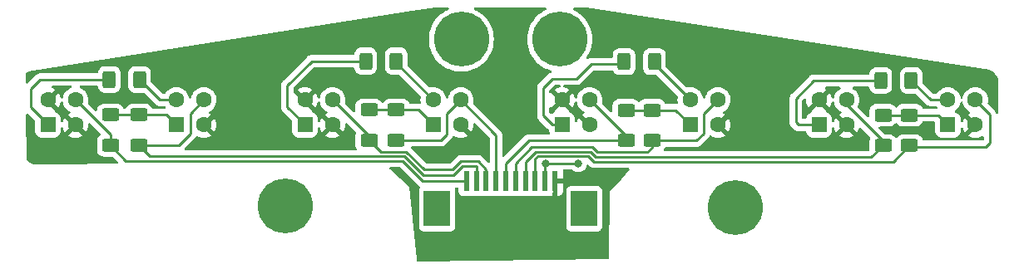
<source format=gtl>
G04 #@! TF.GenerationSoftware,KiCad,Pcbnew,7.0.5*
G04 #@! TF.CreationDate,2023-08-03T16:32:48+02:00*
G04 #@! TF.ProjectId,Sensores,53656e73-6f72-4657-932e-6b696361645f,rev?*
G04 #@! TF.SameCoordinates,Original*
G04 #@! TF.FileFunction,Copper,L1,Top*
G04 #@! TF.FilePolarity,Positive*
%FSLAX46Y46*%
G04 Gerber Fmt 4.6, Leading zero omitted, Abs format (unit mm)*
G04 Created by KiCad (PCBNEW 7.0.5) date 2023-08-03 16:32:48*
%MOMM*%
%LPD*%
G01*
G04 APERTURE LIST*
G04 Aperture macros list*
%AMRoundRect*
0 Rectangle with rounded corners*
0 $1 Rounding radius*
0 $2 $3 $4 $5 $6 $7 $8 $9 X,Y pos of 4 corners*
0 Add a 4 corners polygon primitive as box body*
4,1,4,$2,$3,$4,$5,$6,$7,$8,$9,$2,$3,0*
0 Add four circle primitives for the rounded corners*
1,1,$1+$1,$2,$3*
1,1,$1+$1,$4,$5*
1,1,$1+$1,$6,$7*
1,1,$1+$1,$8,$9*
0 Add four rect primitives between the rounded corners*
20,1,$1+$1,$2,$3,$4,$5,0*
20,1,$1+$1,$4,$5,$6,$7,0*
20,1,$1+$1,$6,$7,$8,$9,0*
20,1,$1+$1,$8,$9,$2,$3,0*%
G04 Aperture macros list end*
G04 #@! TA.AperFunction,ComponentPad*
%ADD10C,5.600000*%
G04 #@! TD*
G04 #@! TA.AperFunction,SMDPad,CuDef*
%ADD11RoundRect,0.250000X0.400000X0.625000X-0.400000X0.625000X-0.400000X-0.625000X0.400000X-0.625000X0*%
G04 #@! TD*
G04 #@! TA.AperFunction,SMDPad,CuDef*
%ADD12RoundRect,0.250000X-0.625000X0.400000X-0.625000X-0.400000X0.625000X-0.400000X0.625000X0.400000X0*%
G04 #@! TD*
G04 #@! TA.AperFunction,SMDPad,CuDef*
%ADD13R,0.610000X2.000000*%
G04 #@! TD*
G04 #@! TA.AperFunction,SMDPad,CuDef*
%ADD14R,2.680000X3.600000*%
G04 #@! TD*
G04 #@! TA.AperFunction,ComponentPad*
%ADD15RoundRect,0.249600X-0.550400X-0.550400X0.550400X-0.550400X0.550400X0.550400X-0.550400X0.550400X0*%
G04 #@! TD*
G04 #@! TA.AperFunction,ComponentPad*
%ADD16C,1.600000*%
G04 #@! TD*
G04 #@! TA.AperFunction,ViaPad*
%ADD17C,0.800000*%
G04 #@! TD*
G04 #@! TA.AperFunction,Conductor*
%ADD18C,0.250000*%
G04 #@! TD*
G04 APERTURE END LIST*
D10*
X186182000Y-113030000D03*
X158292800Y-95859600D03*
D11*
X125552800Y-99974400D03*
X122452800Y-99974400D03*
D12*
X151664000Y-103073200D03*
X151664000Y-106173200D03*
D11*
X151664000Y-98094800D03*
X148564000Y-98094800D03*
D12*
X203911200Y-103606000D03*
X203911200Y-106706000D03*
D13*
X158822000Y-110345200D03*
X159822000Y-110345200D03*
X160822000Y-110345200D03*
X161822000Y-110345200D03*
X162822000Y-110345200D03*
X163822000Y-110345200D03*
X164822000Y-110345200D03*
X165822000Y-110345200D03*
X166822000Y-110345200D03*
X167822000Y-110345200D03*
D14*
X155832000Y-113145200D03*
X170812000Y-113145200D03*
D12*
X175056800Y-103098000D03*
X175056800Y-106198000D03*
D11*
X204089600Y-100076000D03*
X200989600Y-100076000D03*
X177953600Y-98145600D03*
X174853600Y-98145600D03*
D10*
X140360400Y-112826800D03*
D12*
X122580400Y-103581200D03*
X122580400Y-106681200D03*
D10*
X168300400Y-95859600D03*
D12*
X148894800Y-103072000D03*
X148894800Y-106172000D03*
X177698400Y-103098000D03*
X177698400Y-106198000D03*
X201218800Y-103606000D03*
X201218800Y-106706000D03*
X125476000Y-103581200D03*
X125476000Y-106681200D03*
D15*
X194704400Y-104597200D03*
D16*
X194704400Y-102057200D03*
X197504400Y-102057200D03*
X197504400Y-104597200D03*
D15*
X142386400Y-104597200D03*
D16*
X142386400Y-102057200D03*
X145186400Y-102057200D03*
X145186400Y-104597200D03*
D15*
X155436000Y-104597200D03*
D16*
X155436000Y-102057200D03*
X158236000Y-102057200D03*
X158236000Y-104597200D03*
D15*
X168548400Y-104597200D03*
D16*
X168548400Y-102057200D03*
X171348400Y-102057200D03*
X171348400Y-104597200D03*
D15*
X181604000Y-104597200D03*
D16*
X181604000Y-102057200D03*
X184404000Y-102057200D03*
X184404000Y-104597200D03*
D15*
X207810800Y-104597200D03*
D16*
X207810800Y-102057200D03*
X210610800Y-102057200D03*
X210610800Y-104597200D03*
D15*
X129280000Y-104597200D03*
D16*
X129280000Y-102057200D03*
X132080000Y-102057200D03*
X132080000Y-104597200D03*
D15*
X116224400Y-104597200D03*
D16*
X116224400Y-102057200D03*
X119024400Y-102057200D03*
X119024400Y-104597200D03*
D17*
X166878000Y-108508800D03*
X170180000Y-108508800D03*
X169418000Y-110345200D03*
D18*
X124154000Y-108254800D02*
X152298400Y-108254800D01*
X122580400Y-105613200D02*
X122580400Y-106681200D01*
X154388800Y-110345200D02*
X158822000Y-110345200D01*
X152298400Y-108254800D02*
X154388800Y-110345200D01*
X119024400Y-102057200D02*
X122580400Y-105613200D01*
X122580400Y-106681200D02*
X124154000Y-108254800D01*
X129538800Y-106681200D02*
X130708400Y-105511600D01*
X157484200Y-109728000D02*
X158449400Y-108762800D01*
X125476000Y-106681200D02*
X126599600Y-107804800D01*
X154407996Y-109728000D02*
X157484200Y-109728000D01*
X130708400Y-103428800D02*
X132080000Y-102057200D01*
X130708400Y-105511600D02*
X130708400Y-103428800D01*
X125476000Y-106681200D02*
X129538800Y-106681200D01*
X158449400Y-108762800D02*
X159822000Y-108762800D01*
X159822000Y-108762800D02*
X159822000Y-110345200D01*
X126599600Y-107804800D02*
X152484796Y-107804800D01*
X152484796Y-107804800D02*
X154407996Y-109728000D01*
X160822000Y-109126404D02*
X160822000Y-110345200D01*
X152671192Y-107354800D02*
X154485592Y-109169200D01*
X148894800Y-105765600D02*
X148894800Y-106172000D01*
X160008396Y-108312800D02*
X160822000Y-109126404D01*
X145186400Y-102057200D02*
X148894800Y-105765600D01*
X148894800Y-106172000D02*
X150077600Y-107354800D01*
X150077600Y-107354800D02*
X152671192Y-107354800D01*
X154485592Y-109169200D02*
X157406604Y-109169200D01*
X158263004Y-108312800D02*
X160008396Y-108312800D01*
X157406604Y-109169200D02*
X158263004Y-108312800D01*
X158236000Y-102057200D02*
X161822000Y-105643200D01*
X156819600Y-105562400D02*
X156819600Y-103473600D01*
X161822000Y-105643200D02*
X161822000Y-110345200D01*
X156819600Y-103473600D02*
X158236000Y-102057200D01*
X151664000Y-106173200D02*
X156208800Y-106173200D01*
X156208800Y-106173200D02*
X156819600Y-105562400D01*
X162822000Y-108551600D02*
X162822000Y-110345200D01*
X175056800Y-106198000D02*
X165175600Y-106198000D01*
X175056800Y-105765600D02*
X171348400Y-102057200D01*
X175056800Y-106198000D02*
X175056800Y-105765600D01*
X165175600Y-106198000D02*
X162822000Y-108551600D01*
X182244400Y-106198000D02*
X177698400Y-106198000D01*
X171605792Y-106883800D02*
X165480400Y-106883800D01*
X184404000Y-102057200D02*
X182981600Y-103479600D01*
X165480400Y-106883800D02*
X163822000Y-108542200D01*
X177698400Y-106908600D02*
X177215800Y-107391200D01*
X182981600Y-105460800D02*
X182244400Y-106198000D01*
X177698400Y-106198000D02*
X177698400Y-106908600D01*
X182981600Y-103479600D02*
X182981600Y-105460800D01*
X163822000Y-108542200D02*
X163822000Y-110345200D01*
X177215800Y-107391200D02*
X172113192Y-107391200D01*
X172113192Y-107391200D02*
X171605792Y-106883800D01*
X171419396Y-107333800D02*
X165892604Y-107333800D01*
X197504400Y-102057200D02*
X197504400Y-102559200D01*
X201218800Y-106706000D02*
X200025600Y-107899200D01*
X165892604Y-107333800D02*
X164822000Y-108404404D01*
X200025600Y-107899200D02*
X171984796Y-107899200D01*
X201218800Y-106273600D02*
X201218800Y-106706000D01*
X164822000Y-108404404D02*
X164822000Y-110345200D01*
X171984796Y-107899200D02*
X171419396Y-107333800D01*
X197504400Y-102559200D02*
X201218800Y-106273600D01*
X204037600Y-106832400D02*
X203911200Y-106706000D01*
X210610800Y-102057200D02*
X212090000Y-103536400D01*
X165822000Y-108040800D02*
X165822000Y-110345200D01*
X171233000Y-107783800D02*
X166079000Y-107783800D01*
X171805600Y-108356400D02*
X171233000Y-107783800D01*
X212090000Y-103536400D02*
X212090000Y-106426000D01*
X202260800Y-108356400D02*
X171805600Y-108356400D01*
X212090000Y-106426000D02*
X211683600Y-106832400D01*
X211683600Y-106832400D02*
X204037600Y-106832400D01*
X203911200Y-106706000D02*
X202260800Y-108356400D01*
X166079000Y-107783800D02*
X165822000Y-108040800D01*
X166822000Y-110345200D02*
X166822000Y-108564800D01*
X128264000Y-103581200D02*
X129280000Y-104597200D01*
X166822000Y-108564800D02*
X166878000Y-108508800D01*
X151664000Y-103073200D02*
X153912000Y-103073200D01*
X180104800Y-103098000D02*
X181604000Y-104597200D01*
X201218800Y-103606000D02*
X203911200Y-103606000D01*
X175056800Y-103098000D02*
X177698400Y-103098000D01*
X170180000Y-108508800D02*
X166878000Y-108508800D01*
X153912000Y-103073200D02*
X155436000Y-104597200D01*
X177698400Y-103098000D02*
X180104800Y-103098000D01*
X206819600Y-103606000D02*
X207810800Y-104597200D01*
X122580400Y-103581200D02*
X125476000Y-103581200D01*
X148894800Y-103072000D02*
X151662800Y-103072000D01*
X151662800Y-103072000D02*
X151664000Y-103073200D01*
X125476000Y-103581200D02*
X128264000Y-103581200D01*
X203911200Y-103606000D02*
X206819600Y-103606000D01*
X169418000Y-110345200D02*
X167822000Y-110345200D01*
X206070800Y-102057200D02*
X207810800Y-102057200D01*
X204089600Y-100076000D02*
X206070800Y-102057200D01*
X192582800Y-104597200D02*
X194704400Y-104597200D01*
X192328800Y-104343200D02*
X192582800Y-104597200D01*
X200989600Y-100076000D02*
X194157600Y-100076000D01*
X192328800Y-101904800D02*
X192328800Y-104343200D01*
X194157600Y-100076000D02*
X192328800Y-101904800D01*
X177953600Y-98145600D02*
X177953600Y-98406800D01*
X177953600Y-98406800D02*
X181604000Y-102057200D01*
X167538400Y-99898200D02*
X166624000Y-100812600D01*
X170027600Y-99898200D02*
X167538400Y-99898200D01*
X166624000Y-100812600D02*
X166624000Y-103632000D01*
X166624000Y-103632000D02*
X167589200Y-104597200D01*
X171526200Y-98399600D02*
X170027600Y-99898200D01*
X174853600Y-98145600D02*
X174599600Y-98399600D01*
X174599600Y-98399600D02*
X171526200Y-98399600D01*
X167589200Y-104597200D02*
X168548400Y-104597200D01*
X151664000Y-98094800D02*
X151664000Y-98285200D01*
X151664000Y-98285200D02*
X155436000Y-102057200D01*
X140563600Y-100584000D02*
X140563600Y-102774400D01*
X148564000Y-98094800D02*
X143052800Y-98094800D01*
X143052800Y-98094800D02*
X140563600Y-100584000D01*
X140563600Y-102774400D02*
X142386400Y-104597200D01*
X125552800Y-99974400D02*
X127635600Y-102057200D01*
X127635600Y-102057200D02*
X129280000Y-102057200D01*
X122452800Y-99974400D02*
X115417600Y-99974400D01*
X115417600Y-99974400D02*
X114452400Y-100939600D01*
X114452400Y-102825200D02*
X116224400Y-104597200D01*
X114452400Y-100939600D02*
X114452400Y-102825200D01*
G04 #@! TA.AperFunction,Conductor*
G36*
X171223851Y-108668615D02*
G01*
X171256821Y-108692211D01*
X171304794Y-108740184D01*
X171314619Y-108752448D01*
X171314840Y-108752266D01*
X171319810Y-108758274D01*
X171369549Y-108804982D01*
X171370916Y-108806306D01*
X171391130Y-108826520D01*
X171396604Y-108830766D01*
X171401042Y-108834556D01*
X171435018Y-108866462D01*
X171435022Y-108866464D01*
X171452573Y-108876113D01*
X171468831Y-108886792D01*
X171484664Y-108899074D01*
X171506615Y-108908572D01*
X171527437Y-108917583D01*
X171532681Y-108920152D01*
X171573508Y-108942597D01*
X171592912Y-108947579D01*
X171611310Y-108953878D01*
X171629705Y-108961838D01*
X171675729Y-108969126D01*
X171681432Y-108970307D01*
X171726581Y-108981900D01*
X171746616Y-108981900D01*
X171766013Y-108983426D01*
X171785796Y-108986560D01*
X171832183Y-108982175D01*
X171838022Y-108981900D01*
X175275675Y-108981900D01*
X175342714Y-109001585D01*
X175388469Y-109054389D01*
X175398413Y-109123547D01*
X175369944Y-109186457D01*
X174714607Y-109953337D01*
X174712748Y-109955417D01*
X174554175Y-110124910D01*
X174425712Y-110291291D01*
X174423771Y-110293679D01*
X173431199Y-111455200D01*
X173281466Y-118193212D01*
X173260297Y-118259797D01*
X173206490Y-118304368D01*
X173158789Y-118314450D01*
X153884993Y-118515218D01*
X153817752Y-118496233D01*
X153771449Y-118443909D01*
X153760316Y-118403563D01*
X153751280Y-118313200D01*
X153009600Y-110896400D01*
X153009599Y-110896399D01*
X151009676Y-109096468D01*
X150973015Y-109036990D01*
X150974329Y-108967133D01*
X151013203Y-108909076D01*
X151077293Y-108881252D01*
X151092628Y-108880300D01*
X151987948Y-108880300D01*
X152054987Y-108899985D01*
X152075629Y-108916619D01*
X153887997Y-110728988D01*
X153897822Y-110741251D01*
X153898043Y-110741069D01*
X153903011Y-110747074D01*
X153952732Y-110793766D01*
X153954132Y-110795123D01*
X153974323Y-110815315D01*
X153974327Y-110815318D01*
X153974329Y-110815320D01*
X153979811Y-110819573D01*
X153984243Y-110823357D01*
X154018218Y-110855262D01*
X154035776Y-110864914D01*
X154052039Y-110875598D01*
X154060935Y-110882499D01*
X154101840Y-110939143D01*
X154105627Y-111008910D01*
X154084199Y-111054785D01*
X154048203Y-111102869D01*
X154048202Y-111102871D01*
X153997908Y-111237717D01*
X153991501Y-111297316D01*
X153991501Y-111297323D01*
X153991500Y-111297335D01*
X153991500Y-114993070D01*
X153991501Y-114993076D01*
X153997908Y-115052683D01*
X154048202Y-115187528D01*
X154048206Y-115187535D01*
X154134452Y-115302744D01*
X154134455Y-115302747D01*
X154249664Y-115388993D01*
X154249671Y-115388997D01*
X154384517Y-115439291D01*
X154384516Y-115439291D01*
X154391444Y-115440035D01*
X154444127Y-115445700D01*
X157219872Y-115445699D01*
X157279483Y-115439291D01*
X157414331Y-115388996D01*
X157529546Y-115302746D01*
X157615796Y-115187531D01*
X157666091Y-115052683D01*
X157672500Y-114993073D01*
X157672500Y-114993070D01*
X168971500Y-114993070D01*
X168971501Y-114993076D01*
X168977908Y-115052683D01*
X169028202Y-115187528D01*
X169028206Y-115187535D01*
X169114452Y-115302744D01*
X169114455Y-115302747D01*
X169229664Y-115388993D01*
X169229671Y-115388997D01*
X169364517Y-115439291D01*
X169364516Y-115439291D01*
X169371444Y-115440035D01*
X169424127Y-115445700D01*
X172199872Y-115445699D01*
X172259483Y-115439291D01*
X172394331Y-115388996D01*
X172509546Y-115302746D01*
X172595796Y-115187531D01*
X172646091Y-115052683D01*
X172652500Y-114993073D01*
X172652499Y-111297328D01*
X172646091Y-111237717D01*
X172608911Y-111138033D01*
X172595797Y-111102871D01*
X172595793Y-111102864D01*
X172509547Y-110987655D01*
X172509544Y-110987652D01*
X172394335Y-110901406D01*
X172394328Y-110901402D01*
X172259482Y-110851108D01*
X172259483Y-110851108D01*
X172199883Y-110844701D01*
X172199881Y-110844700D01*
X172199873Y-110844700D01*
X172199864Y-110844700D01*
X169424129Y-110844700D01*
X169424123Y-110844701D01*
X169364516Y-110851108D01*
X169229671Y-110901402D01*
X169229664Y-110901406D01*
X169114455Y-110987652D01*
X169114452Y-110987655D01*
X169028206Y-111102864D01*
X169028202Y-111102871D01*
X168977908Y-111237717D01*
X168971501Y-111297316D01*
X168971501Y-111297323D01*
X168971500Y-111297335D01*
X168971500Y-114993070D01*
X157672500Y-114993070D01*
X157672499Y-111297328D01*
X157666091Y-111237717D01*
X157643199Y-111176339D01*
X157628912Y-111138033D01*
X157623928Y-111068341D01*
X157657414Y-111007018D01*
X157718737Y-110973534D01*
X157745094Y-110970700D01*
X157892501Y-110970700D01*
X157959540Y-110990385D01*
X158005295Y-111043189D01*
X158016501Y-111094700D01*
X158016501Y-111393076D01*
X158022908Y-111452683D01*
X158073202Y-111587528D01*
X158073206Y-111587535D01*
X158159452Y-111702744D01*
X158159455Y-111702747D01*
X158274664Y-111788993D01*
X158274671Y-111788997D01*
X158319618Y-111805761D01*
X158409517Y-111839291D01*
X158469127Y-111845700D01*
X159174872Y-111845699D01*
X159234483Y-111839291D01*
X159278665Y-111822811D01*
X159348356Y-111817826D01*
X159365333Y-111822812D01*
X159409508Y-111839288D01*
X159409511Y-111839289D01*
X159409517Y-111839291D01*
X159469127Y-111845700D01*
X160174872Y-111845699D01*
X160234483Y-111839291D01*
X160278665Y-111822811D01*
X160348356Y-111817826D01*
X160365333Y-111822812D01*
X160409508Y-111839288D01*
X160409511Y-111839289D01*
X160409517Y-111839291D01*
X160469127Y-111845700D01*
X161174872Y-111845699D01*
X161234483Y-111839291D01*
X161278665Y-111822811D01*
X161348356Y-111817826D01*
X161365333Y-111822812D01*
X161409508Y-111839288D01*
X161409511Y-111839289D01*
X161409517Y-111839291D01*
X161469127Y-111845700D01*
X162174872Y-111845699D01*
X162234483Y-111839291D01*
X162278665Y-111822811D01*
X162348356Y-111817826D01*
X162365333Y-111822812D01*
X162409508Y-111839288D01*
X162409511Y-111839289D01*
X162409517Y-111839291D01*
X162469127Y-111845700D01*
X163174872Y-111845699D01*
X163234483Y-111839291D01*
X163278665Y-111822811D01*
X163348356Y-111817826D01*
X163365333Y-111822812D01*
X163409508Y-111839288D01*
X163409511Y-111839289D01*
X163409517Y-111839291D01*
X163469127Y-111845700D01*
X164174872Y-111845699D01*
X164234483Y-111839291D01*
X164278665Y-111822811D01*
X164348356Y-111817826D01*
X164365333Y-111822812D01*
X164409508Y-111839288D01*
X164409511Y-111839289D01*
X164409517Y-111839291D01*
X164469127Y-111845700D01*
X165174872Y-111845699D01*
X165234483Y-111839291D01*
X165278665Y-111822811D01*
X165348356Y-111817826D01*
X165365333Y-111822812D01*
X165409508Y-111839288D01*
X165409511Y-111839289D01*
X165409517Y-111839291D01*
X165469127Y-111845700D01*
X166174872Y-111845699D01*
X166234483Y-111839291D01*
X166278665Y-111822811D01*
X166348356Y-111817826D01*
X166365333Y-111822812D01*
X166409508Y-111839288D01*
X166409511Y-111839289D01*
X166409517Y-111839291D01*
X166469127Y-111845700D01*
X167174872Y-111845699D01*
X167234483Y-111839291D01*
X167234489Y-111839289D01*
X167279380Y-111822546D01*
X167349071Y-111817561D01*
X167366048Y-111822545D01*
X167409623Y-111838798D01*
X167469155Y-111845199D01*
X167469172Y-111845200D01*
X167572000Y-111845200D01*
X167572000Y-111606674D01*
X167579817Y-111563343D01*
X167621091Y-111452683D01*
X167627500Y-111393073D01*
X167627499Y-110595200D01*
X168072000Y-110595200D01*
X168072000Y-111845200D01*
X168174828Y-111845200D01*
X168174844Y-111845199D01*
X168234372Y-111838798D01*
X168234379Y-111838796D01*
X168369086Y-111788554D01*
X168369093Y-111788550D01*
X168484187Y-111702390D01*
X168484190Y-111702387D01*
X168570350Y-111587293D01*
X168570354Y-111587286D01*
X168620596Y-111452579D01*
X168620598Y-111452572D01*
X168626999Y-111393044D01*
X168627000Y-111393027D01*
X168627000Y-110595200D01*
X168072000Y-110595200D01*
X167627499Y-110595200D01*
X167627499Y-110219198D01*
X167647184Y-110152161D01*
X167699987Y-110106406D01*
X167751499Y-110095200D01*
X168627000Y-110095200D01*
X168627000Y-109297372D01*
X168626999Y-109297357D01*
X168624225Y-109271557D01*
X168636629Y-109202797D01*
X168684239Y-109151659D01*
X168747514Y-109134300D01*
X169476252Y-109134300D01*
X169543291Y-109153985D01*
X169568400Y-109175326D01*
X169574126Y-109181685D01*
X169574130Y-109181689D01*
X169727265Y-109292948D01*
X169727270Y-109292951D01*
X169900192Y-109369942D01*
X169900197Y-109369944D01*
X170085354Y-109409300D01*
X170085355Y-109409300D01*
X170274644Y-109409300D01*
X170274646Y-109409300D01*
X170459803Y-109369944D01*
X170632730Y-109292951D01*
X170785871Y-109181688D01*
X170912533Y-109041016D01*
X171007179Y-108877084D01*
X171007495Y-108876113D01*
X171030392Y-108805641D01*
X171051209Y-108741573D01*
X171090646Y-108683899D01*
X171155005Y-108656700D01*
X171223851Y-108668615D01*
G37*
G04 #@! TD.AperFunction*
G04 #@! TA.AperFunction,Conductor*
G36*
X114194967Y-103452947D02*
G01*
X114202452Y-103459842D01*
X114887581Y-104144971D01*
X114921066Y-104206294D01*
X114923900Y-104232652D01*
X114923900Y-105197571D01*
X114923901Y-105197587D01*
X114934396Y-105300317D01*
X114989550Y-105466761D01*
X114989555Y-105466772D01*
X115081602Y-105616002D01*
X115081605Y-105616006D01*
X115205593Y-105739994D01*
X115205597Y-105739997D01*
X115354827Y-105832044D01*
X115354830Y-105832045D01*
X115354836Y-105832049D01*
X115521284Y-105887204D01*
X115624021Y-105897700D01*
X116824778Y-105897699D01*
X116927516Y-105887204D01*
X117093964Y-105832049D01*
X117243206Y-105739995D01*
X117367195Y-105616006D01*
X117459249Y-105466764D01*
X117514404Y-105300316D01*
X117524900Y-105197579D01*
X117524899Y-104965677D01*
X117544583Y-104898640D01*
X117597387Y-104852885D01*
X117666546Y-104842941D01*
X117730101Y-104871966D01*
X117767876Y-104930744D01*
X117768674Y-104933585D01*
X117798131Y-105043519D01*
X117798134Y-105043526D01*
X117894265Y-105249681D01*
X117894266Y-105249683D01*
X117945373Y-105322671D01*
X117945374Y-105322672D01*
X118626446Y-104641599D01*
X118639235Y-104722348D01*
X118696759Y-104835245D01*
X118786355Y-104924841D01*
X118899252Y-104982365D01*
X118979999Y-104995153D01*
X118298926Y-105676225D01*
X118298926Y-105676226D01*
X118371912Y-105727331D01*
X118371916Y-105727333D01*
X118578073Y-105823465D01*
X118578082Y-105823469D01*
X118797789Y-105882339D01*
X118797800Y-105882341D01*
X119024398Y-105902166D01*
X119024402Y-105902166D01*
X119250999Y-105882341D01*
X119251010Y-105882339D01*
X119470717Y-105823469D01*
X119470731Y-105823464D01*
X119676878Y-105727336D01*
X119749872Y-105676225D01*
X119068801Y-104995153D01*
X119149548Y-104982365D01*
X119262445Y-104924841D01*
X119352041Y-104835245D01*
X119409565Y-104722348D01*
X119422353Y-104641600D01*
X120103425Y-105322672D01*
X120154536Y-105249678D01*
X120250664Y-105043531D01*
X120250669Y-105043517D01*
X120309539Y-104823810D01*
X120309541Y-104823799D01*
X120329366Y-104597202D01*
X120329366Y-104597200D01*
X120325459Y-104552549D01*
X120339225Y-104484049D01*
X120387840Y-104433865D01*
X120455868Y-104417931D01*
X120521712Y-104441306D01*
X120536668Y-104454059D01*
X121551726Y-105469117D01*
X121585211Y-105530440D01*
X121580227Y-105600132D01*
X121538355Y-105656065D01*
X121529142Y-105662336D01*
X121486747Y-105688485D01*
X121486743Y-105688488D01*
X121362689Y-105812542D01*
X121270587Y-105961863D01*
X121270585Y-105961868D01*
X121253839Y-106012406D01*
X121215401Y-106128403D01*
X121215401Y-106128404D01*
X121215400Y-106128404D01*
X121204900Y-106231183D01*
X121204900Y-107131201D01*
X121204901Y-107131219D01*
X121215400Y-107233996D01*
X121215401Y-107233999D01*
X121270585Y-107400531D01*
X121270587Y-107400536D01*
X121285070Y-107424017D01*
X121362688Y-107549856D01*
X121486744Y-107673912D01*
X121636066Y-107766014D01*
X121802603Y-107821199D01*
X121905391Y-107831700D01*
X122794946Y-107831699D01*
X122861985Y-107851383D01*
X122882627Y-107868018D01*
X123371767Y-108357158D01*
X123405252Y-108418481D01*
X123400268Y-108488173D01*
X123358396Y-108544106D01*
X123292932Y-108568523D01*
X123286018Y-108568824D01*
X117090941Y-108665349D01*
X115286023Y-108665349D01*
X115281975Y-108665216D01*
X115134737Y-108655565D01*
X115053182Y-108650220D01*
X115045133Y-108649160D01*
X114822251Y-108604825D01*
X114814409Y-108602724D01*
X114599225Y-108529678D01*
X114591724Y-108526571D01*
X114387906Y-108426057D01*
X114380883Y-108422003D01*
X114191928Y-108295744D01*
X114185499Y-108290811D01*
X114081771Y-108199842D01*
X114044348Y-108140840D01*
X114039538Y-108107946D01*
X113990778Y-103548846D01*
X114009745Y-103481603D01*
X114062056Y-103435286D01*
X114131104Y-103424603D01*
X114194967Y-103452947D01*
G37*
G04 #@! TD.AperFunction*
G04 #@! TA.AperFunction,Conductor*
G36*
X159733312Y-104441305D02*
G01*
X159748264Y-104454054D01*
X159905044Y-104610834D01*
X161160181Y-105865971D01*
X161193666Y-105927294D01*
X161196500Y-105953652D01*
X161196500Y-108316950D01*
X161176815Y-108383989D01*
X161124011Y-108429744D01*
X161054853Y-108439688D01*
X160991297Y-108410663D01*
X160984819Y-108404631D01*
X160509199Y-107929012D01*
X160499376Y-107916750D01*
X160499155Y-107916934D01*
X160494182Y-107910922D01*
X160444462Y-107864232D01*
X160443062Y-107862875D01*
X160422872Y-107842684D01*
X160417382Y-107838425D01*
X160412957Y-107834647D01*
X160378978Y-107802738D01*
X160378976Y-107802736D01*
X160378973Y-107802735D01*
X160361425Y-107793088D01*
X160345159Y-107782404D01*
X160329332Y-107770127D01*
X160329331Y-107770126D01*
X160329329Y-107770125D01*
X160286564Y-107751618D01*
X160281318Y-107749048D01*
X160240489Y-107726603D01*
X160240488Y-107726602D01*
X160221089Y-107721622D01*
X160202677Y-107715318D01*
X160184294Y-107707362D01*
X160184288Y-107707360D01*
X160138270Y-107700072D01*
X160132548Y-107698887D01*
X160087417Y-107687300D01*
X160087415Y-107687300D01*
X160067380Y-107687300D01*
X160047982Y-107685773D01*
X160040558Y-107684597D01*
X160028201Y-107682640D01*
X160028200Y-107682640D01*
X159981812Y-107687025D01*
X159975974Y-107687300D01*
X158345741Y-107687300D01*
X158330124Y-107685576D01*
X158330097Y-107685862D01*
X158322335Y-107685127D01*
X158254175Y-107687269D01*
X158252228Y-107687300D01*
X158223654Y-107687300D01*
X158222933Y-107687390D01*
X158216761Y-107688169D01*
X158210949Y-107688626D01*
X158164376Y-107690090D01*
X158164373Y-107690091D01*
X158145130Y-107695681D01*
X158126087Y-107699625D01*
X158106208Y-107702136D01*
X158106207Y-107702137D01*
X158062882Y-107719290D01*
X158057356Y-107721182D01*
X158012612Y-107734183D01*
X158012608Y-107734185D01*
X157995369Y-107744380D01*
X157977902Y-107752937D01*
X157959273Y-107760312D01*
X157959271Y-107760313D01*
X157921568Y-107787706D01*
X157916686Y-107790912D01*
X157876584Y-107814628D01*
X157862412Y-107828800D01*
X157847627Y-107841428D01*
X157831416Y-107853207D01*
X157801713Y-107889110D01*
X157797781Y-107893431D01*
X157183832Y-108507381D01*
X157122509Y-108540866D01*
X157096151Y-108543700D01*
X154796044Y-108543700D01*
X154729005Y-108524015D01*
X154708363Y-108507381D01*
X153211364Y-107010381D01*
X153177879Y-106949058D01*
X153182863Y-106879366D01*
X153224735Y-106823433D01*
X153290199Y-106799016D01*
X153299045Y-106798700D01*
X156126057Y-106798700D01*
X156141677Y-106800424D01*
X156141704Y-106800139D01*
X156149466Y-106800873D01*
X156149466Y-106800872D01*
X156149467Y-106800873D01*
X156152799Y-106800768D01*
X156217647Y-106798731D01*
X156219594Y-106798700D01*
X156248147Y-106798700D01*
X156248150Y-106798700D01*
X156255028Y-106797830D01*
X156260841Y-106797372D01*
X156307427Y-106795909D01*
X156326669Y-106790317D01*
X156345712Y-106786374D01*
X156365592Y-106783864D01*
X156408922Y-106766707D01*
X156414446Y-106764817D01*
X156426025Y-106761453D01*
X156459190Y-106751818D01*
X156476429Y-106741622D01*
X156493903Y-106733062D01*
X156512527Y-106725688D01*
X156512527Y-106725687D01*
X156512532Y-106725686D01*
X156550249Y-106698282D01*
X156555105Y-106695092D01*
X156595220Y-106671370D01*
X156609389Y-106657199D01*
X156624179Y-106644568D01*
X156640387Y-106632794D01*
X156670099Y-106596876D01*
X156674012Y-106592576D01*
X157203386Y-106063202D01*
X157215648Y-106053380D01*
X157215465Y-106053159D01*
X157221473Y-106048188D01*
X157221477Y-106048186D01*
X157268249Y-105998377D01*
X157269491Y-105997097D01*
X157289720Y-105976870D01*
X157293973Y-105971386D01*
X157297750Y-105966963D01*
X157329662Y-105932982D01*
X157339314Y-105915423D01*
X157349989Y-105899172D01*
X157362274Y-105883336D01*
X157380786Y-105840552D01*
X157383342Y-105835335D01*
X157405797Y-105794492D01*
X157405798Y-105794486D01*
X157407621Y-105789885D01*
X157450600Y-105734798D01*
X157516539Y-105711692D01*
X157578001Y-105726352D01*
X157578611Y-105725046D01*
X157789673Y-105823465D01*
X157789682Y-105823469D01*
X158009389Y-105882339D01*
X158009400Y-105882341D01*
X158235998Y-105902166D01*
X158236002Y-105902166D01*
X158462599Y-105882341D01*
X158462610Y-105882339D01*
X158682317Y-105823469D01*
X158682331Y-105823464D01*
X158888478Y-105727336D01*
X158961472Y-105676225D01*
X158280400Y-104995153D01*
X158361148Y-104982365D01*
X158474045Y-104924841D01*
X158563641Y-104835245D01*
X158621165Y-104722348D01*
X158633953Y-104641600D01*
X159315025Y-105322672D01*
X159366136Y-105249678D01*
X159462264Y-105043531D01*
X159462269Y-105043517D01*
X159521139Y-104823810D01*
X159521141Y-104823799D01*
X159540966Y-104597202D01*
X159540966Y-104597199D01*
X159537059Y-104552547D01*
X159550825Y-104484047D01*
X159599440Y-104433864D01*
X159667468Y-104417930D01*
X159733312Y-104441305D01*
G37*
G04 #@! TD.AperFunction*
G04 #@! TA.AperFunction,Conductor*
G36*
X156968350Y-92625816D02*
G01*
X157014105Y-92678620D01*
X157024049Y-92747778D01*
X156995024Y-92811334D01*
X156953377Y-92842670D01*
X156744555Y-92939280D01*
X156744551Y-92939282D01*
X156549990Y-93056346D01*
X156437881Y-93123800D01*
X156349568Y-93190933D01*
X156152972Y-93340381D01*
X156152963Y-93340389D01*
X155893131Y-93586514D01*
X155661441Y-93859280D01*
X155661434Y-93859290D01*
X155460590Y-94155513D01*
X155460584Y-94155522D01*
X155292951Y-94471711D01*
X155292942Y-94471729D01*
X155160474Y-94804200D01*
X155160472Y-94804207D01*
X155064732Y-95149034D01*
X155064726Y-95149060D01*
X155006829Y-95502214D01*
X155006828Y-95502231D01*
X154987452Y-95859597D01*
X154987452Y-95859602D01*
X155006828Y-96216968D01*
X155006829Y-96216985D01*
X155064726Y-96570139D01*
X155064732Y-96570165D01*
X155160472Y-96914992D01*
X155160474Y-96914999D01*
X155292942Y-97247470D01*
X155292951Y-97247488D01*
X155460584Y-97563677D01*
X155460587Y-97563682D01*
X155460589Y-97563685D01*
X155652758Y-97847114D01*
X155661434Y-97859909D01*
X155661441Y-97859919D01*
X155893131Y-98132685D01*
X155893132Y-98132686D01*
X156152963Y-98378811D01*
X156437881Y-98595400D01*
X156744547Y-98779915D01*
X156744549Y-98779916D01*
X156744551Y-98779917D01*
X156744555Y-98779919D01*
X156962482Y-98880742D01*
X157069365Y-98930191D01*
X157408526Y-99044468D01*
X157758054Y-99121405D01*
X158113852Y-99160100D01*
X158113858Y-99160100D01*
X158471742Y-99160100D01*
X158471748Y-99160100D01*
X158827546Y-99121405D01*
X159177074Y-99044468D01*
X159516235Y-98930191D01*
X159841053Y-98779915D01*
X160147719Y-98595400D01*
X160432637Y-98378811D01*
X160692468Y-98132686D01*
X160924165Y-97859911D01*
X161125011Y-97563685D01*
X161292653Y-97247480D01*
X161425124Y-96915003D01*
X161520871Y-96570152D01*
X161578772Y-96216971D01*
X161598148Y-95859600D01*
X161578772Y-95502229D01*
X161520871Y-95149048D01*
X161425124Y-94804197D01*
X161292653Y-94471720D01*
X161125011Y-94155515D01*
X160924165Y-93859289D01*
X160924161Y-93859284D01*
X160924158Y-93859280D01*
X160692468Y-93586514D01*
X160692468Y-93586513D01*
X160432637Y-93340389D01*
X160432630Y-93340383D01*
X160432627Y-93340381D01*
X160365045Y-93289007D01*
X160147719Y-93123800D01*
X159841053Y-92939285D01*
X159841052Y-92939284D01*
X159841048Y-92939282D01*
X159841044Y-92939280D01*
X159632223Y-92842670D01*
X159579645Y-92796656D01*
X159560291Y-92729521D01*
X159580305Y-92662579D01*
X159633333Y-92617084D01*
X159684289Y-92606131D01*
X163085519Y-92606131D01*
X166855069Y-92631429D01*
X166921972Y-92651563D01*
X166967372Y-92704673D01*
X166976851Y-92773896D01*
X166947400Y-92837256D01*
X166906301Y-92867965D01*
X166752149Y-92939283D01*
X166557590Y-93056346D01*
X166445481Y-93123800D01*
X166357168Y-93190933D01*
X166160572Y-93340381D01*
X166160563Y-93340389D01*
X165900731Y-93586514D01*
X165669041Y-93859280D01*
X165669034Y-93859290D01*
X165468190Y-94155513D01*
X165468184Y-94155522D01*
X165300551Y-94471711D01*
X165300542Y-94471729D01*
X165168074Y-94804200D01*
X165168072Y-94804207D01*
X165072332Y-95149034D01*
X165072326Y-95149060D01*
X165014429Y-95502214D01*
X165014428Y-95502231D01*
X164995052Y-95859597D01*
X164995052Y-95859602D01*
X165014428Y-96216968D01*
X165014429Y-96216985D01*
X165072326Y-96570139D01*
X165072332Y-96570165D01*
X165168072Y-96914992D01*
X165168074Y-96914999D01*
X165300542Y-97247470D01*
X165300551Y-97247488D01*
X165468184Y-97563677D01*
X165468187Y-97563682D01*
X165468189Y-97563685D01*
X165660358Y-97847114D01*
X165669034Y-97859909D01*
X165669041Y-97859919D01*
X165900731Y-98132685D01*
X165900732Y-98132686D01*
X166160563Y-98378811D01*
X166445481Y-98595400D01*
X166752147Y-98779915D01*
X166752149Y-98779916D01*
X166752151Y-98779917D01*
X166752155Y-98779919D01*
X166970082Y-98880742D01*
X167076965Y-98930191D01*
X167416126Y-99044468D01*
X167418747Y-99045351D01*
X167475991Y-99085411D01*
X167502491Y-99150061D01*
X167489831Y-99218774D01*
X167442032Y-99269735D01*
X167394695Y-99285882D01*
X167381610Y-99287534D01*
X167338284Y-99304688D01*
X167332758Y-99306579D01*
X167288014Y-99319579D01*
X167288010Y-99319581D01*
X167270766Y-99329779D01*
X167253305Y-99338333D01*
X167234674Y-99345710D01*
X167234662Y-99345717D01*
X167196970Y-99373102D01*
X167192087Y-99376309D01*
X167151980Y-99400029D01*
X167137814Y-99414195D01*
X167123024Y-99426827D01*
X167106814Y-99438604D01*
X167106811Y-99438607D01*
X167077110Y-99474509D01*
X167073177Y-99478831D01*
X166240208Y-100311799D01*
X166227951Y-100321620D01*
X166228134Y-100321841D01*
X166222122Y-100326814D01*
X166175432Y-100376532D01*
X166174079Y-100377929D01*
X166153889Y-100398119D01*
X166153877Y-100398132D01*
X166149621Y-100403617D01*
X166145837Y-100408047D01*
X166113937Y-100442018D01*
X166113936Y-100442020D01*
X166104284Y-100459576D01*
X166093610Y-100475826D01*
X166081329Y-100491661D01*
X166081324Y-100491668D01*
X166062815Y-100534438D01*
X166060245Y-100539684D01*
X166037803Y-100580506D01*
X166032822Y-100599907D01*
X166026521Y-100618310D01*
X166018562Y-100636702D01*
X166018561Y-100636705D01*
X166011271Y-100682727D01*
X166010087Y-100688446D01*
X165998501Y-100733572D01*
X165998499Y-100733584D01*
X165998499Y-100753620D01*
X165996973Y-100773011D01*
X165993840Y-100792794D01*
X165993840Y-100792795D01*
X165998225Y-100839183D01*
X165998500Y-100845021D01*
X165998500Y-103549255D01*
X165996775Y-103564872D01*
X165997061Y-103564899D01*
X165996326Y-103572666D01*
X165998469Y-103640846D01*
X165998500Y-103642793D01*
X165998500Y-103671343D01*
X165998501Y-103671360D01*
X165999368Y-103678231D01*
X165999826Y-103684050D01*
X166001290Y-103730624D01*
X166001291Y-103730627D01*
X166006880Y-103749867D01*
X166010824Y-103768911D01*
X166013336Y-103788792D01*
X166024636Y-103817334D01*
X166030490Y-103832119D01*
X166032382Y-103837647D01*
X166042283Y-103871726D01*
X166045382Y-103882390D01*
X166055329Y-103899211D01*
X166055580Y-103899634D01*
X166064136Y-103917100D01*
X166071514Y-103935732D01*
X166093981Y-103966656D01*
X166098898Y-103973423D01*
X166102106Y-103978307D01*
X166125827Y-104018416D01*
X166125833Y-104018424D01*
X166139990Y-104032580D01*
X166152627Y-104047375D01*
X166164406Y-104063587D01*
X166197192Y-104090710D01*
X166200309Y-104093288D01*
X166204620Y-104097210D01*
X166882195Y-104774786D01*
X167088397Y-104980988D01*
X167098222Y-104993251D01*
X167098443Y-104993069D01*
X167103411Y-104999074D01*
X167153132Y-105045766D01*
X167154532Y-105047123D01*
X167174723Y-105067315D01*
X167174727Y-105067318D01*
X167174729Y-105067320D01*
X167180211Y-105071573D01*
X167184633Y-105075348D01*
X167208784Y-105098027D01*
X167244178Y-105158268D01*
X167247900Y-105188409D01*
X167247900Y-105197567D01*
X167247901Y-105197588D01*
X167258396Y-105300317D01*
X167269672Y-105334344D01*
X167294575Y-105409498D01*
X167296977Y-105479324D01*
X167261245Y-105539366D01*
X167198725Y-105570559D01*
X167176869Y-105572500D01*
X165258338Y-105572500D01*
X165242721Y-105570776D01*
X165242694Y-105571062D01*
X165234932Y-105570327D01*
X165166772Y-105572469D01*
X165164825Y-105572500D01*
X165136250Y-105572500D01*
X165135529Y-105572590D01*
X165129357Y-105573369D01*
X165123545Y-105573826D01*
X165076973Y-105575290D01*
X165076972Y-105575290D01*
X165057729Y-105580881D01*
X165038679Y-105584825D01*
X165018811Y-105587334D01*
X164975484Y-105604488D01*
X164969958Y-105606379D01*
X164925214Y-105619379D01*
X164925210Y-105619381D01*
X164907966Y-105629579D01*
X164890505Y-105638133D01*
X164871874Y-105645510D01*
X164871862Y-105645517D01*
X164834170Y-105672902D01*
X164829287Y-105676109D01*
X164789180Y-105699829D01*
X164775014Y-105713995D01*
X164760224Y-105726627D01*
X164744014Y-105738404D01*
X164744011Y-105738407D01*
X164714310Y-105774309D01*
X164710377Y-105778631D01*
X162659181Y-107829828D01*
X162597858Y-107863313D01*
X162528166Y-107858329D01*
X162472233Y-107816457D01*
X162447816Y-107750993D01*
X162447500Y-107742147D01*
X162447500Y-105725942D01*
X162449224Y-105710322D01*
X162448939Y-105710296D01*
X162449673Y-105702533D01*
X162447531Y-105634352D01*
X162447500Y-105632405D01*
X162447500Y-105603854D01*
X162447500Y-105603850D01*
X162446631Y-105596972D01*
X162446172Y-105591143D01*
X162445563Y-105571772D01*
X162444709Y-105544573D01*
X162443729Y-105541201D01*
X162439122Y-105525344D01*
X162435174Y-105506284D01*
X162434382Y-105500011D01*
X162432664Y-105486408D01*
X162432663Y-105486406D01*
X162432663Y-105486404D01*
X162415512Y-105443087D01*
X162413619Y-105437558D01*
X162400618Y-105392809D01*
X162400616Y-105392806D01*
X162390423Y-105375571D01*
X162381861Y-105358094D01*
X162374487Y-105339470D01*
X162372817Y-105337171D01*
X162347079Y-105301745D01*
X162343888Y-105296886D01*
X162342884Y-105295189D01*
X162320170Y-105256780D01*
X162320168Y-105256778D01*
X162320165Y-105256774D01*
X162306006Y-105242615D01*
X162293368Y-105227819D01*
X162293034Y-105227359D01*
X162281594Y-105211613D01*
X162280107Y-105210383D01*
X162245688Y-105181909D01*
X162241376Y-105177986D01*
X159535413Y-102472022D01*
X159501928Y-102410699D01*
X159503319Y-102352248D01*
X159508340Y-102333510D01*
X159521635Y-102283892D01*
X159541468Y-102057200D01*
X159521635Y-101830508D01*
X159467726Y-101629314D01*
X159462741Y-101610711D01*
X159462738Y-101610702D01*
X159435260Y-101551776D01*
X159366568Y-101404466D01*
X159236047Y-101218061D01*
X159236045Y-101218058D01*
X159075141Y-101057154D01*
X158888734Y-100926632D01*
X158888732Y-100926631D01*
X158682497Y-100830461D01*
X158682488Y-100830458D01*
X158462697Y-100771566D01*
X158462693Y-100771565D01*
X158462692Y-100771565D01*
X158462691Y-100771564D01*
X158462686Y-100771564D01*
X158236002Y-100751732D01*
X158235998Y-100751732D01*
X158009313Y-100771564D01*
X158009302Y-100771566D01*
X157789511Y-100830458D01*
X157789502Y-100830461D01*
X157583267Y-100926631D01*
X157583265Y-100926632D01*
X157396858Y-101057154D01*
X157235954Y-101218058D01*
X157105432Y-101404465D01*
X157105431Y-101404467D01*
X157009261Y-101610702D01*
X157009258Y-101610711D01*
X156955775Y-101810317D01*
X156919410Y-101869978D01*
X156856563Y-101900507D01*
X156787188Y-101892212D01*
X156733310Y-101847727D01*
X156716225Y-101810317D01*
X156662741Y-101610711D01*
X156662738Y-101610702D01*
X156635260Y-101551776D01*
X156566568Y-101404466D01*
X156436047Y-101218061D01*
X156436045Y-101218058D01*
X156275141Y-101057154D01*
X156088734Y-100926632D01*
X156088732Y-100926631D01*
X155882497Y-100830461D01*
X155882488Y-100830458D01*
X155662697Y-100771566D01*
X155662693Y-100771565D01*
X155662692Y-100771565D01*
X155662691Y-100771564D01*
X155662686Y-100771564D01*
X155436002Y-100751732D01*
X155435999Y-100751732D01*
X155209313Y-100771564D01*
X155209296Y-100771567D01*
X155140949Y-100789880D01*
X155071099Y-100788216D01*
X155021177Y-100757786D01*
X152850818Y-98587427D01*
X152817333Y-98526104D01*
X152814499Y-98499746D01*
X152814499Y-97419798D01*
X152814498Y-97419781D01*
X152803999Y-97317003D01*
X152803998Y-97317000D01*
X152765646Y-97201263D01*
X152748814Y-97150466D01*
X152656712Y-97001144D01*
X152532656Y-96877088D01*
X152383334Y-96784986D01*
X152216797Y-96729801D01*
X152216795Y-96729800D01*
X152114010Y-96719300D01*
X151213998Y-96719300D01*
X151213980Y-96719301D01*
X151111203Y-96729800D01*
X151111200Y-96729801D01*
X150944668Y-96784985D01*
X150944663Y-96784987D01*
X150795342Y-96877089D01*
X150671289Y-97001142D01*
X150579187Y-97150463D01*
X150579185Y-97150468D01*
X150562352Y-97201268D01*
X150524001Y-97317003D01*
X150524001Y-97317004D01*
X150524000Y-97317004D01*
X150513500Y-97419783D01*
X150513500Y-98769801D01*
X150513501Y-98769818D01*
X150524000Y-98872596D01*
X150524001Y-98872599D01*
X150579185Y-99039131D01*
X150579187Y-99039136D01*
X150610521Y-99089936D01*
X150671288Y-99188456D01*
X150795344Y-99312512D01*
X150944666Y-99404614D01*
X151111203Y-99459799D01*
X151213991Y-99470300D01*
X151913147Y-99470299D01*
X151980186Y-99489983D01*
X152000828Y-99506618D01*
X154136586Y-101642376D01*
X154170071Y-101703699D01*
X154168681Y-101762148D01*
X154150365Y-101830507D01*
X154150364Y-101830513D01*
X154130532Y-102057199D01*
X154130532Y-102057201D01*
X154150364Y-102283886D01*
X154150366Y-102283897D01*
X154154351Y-102298768D01*
X154152688Y-102368618D01*
X154113525Y-102426480D01*
X154049296Y-102453984D01*
X154003740Y-102450966D01*
X153991020Y-102447700D01*
X153991019Y-102447700D01*
X153970984Y-102447700D01*
X153951586Y-102446173D01*
X153944162Y-102444997D01*
X153931805Y-102443040D01*
X153931804Y-102443040D01*
X153885416Y-102447425D01*
X153879578Y-102447700D01*
X153094449Y-102447700D01*
X153027410Y-102428015D01*
X152981655Y-102375211D01*
X152976744Y-102362707D01*
X152973814Y-102353867D01*
X152973814Y-102353866D01*
X152881712Y-102204544D01*
X152757656Y-102080488D01*
X152648543Y-102013187D01*
X152608336Y-101988387D01*
X152608331Y-101988385D01*
X152551397Y-101969519D01*
X152441797Y-101933201D01*
X152441795Y-101933200D01*
X152339010Y-101922700D01*
X150988998Y-101922700D01*
X150988981Y-101922701D01*
X150886203Y-101933200D01*
X150886200Y-101933201D01*
X150719668Y-101988385D01*
X150719663Y-101988387D01*
X150570342Y-102080489D01*
X150446289Y-102204542D01*
X150385309Y-102303407D01*
X150333361Y-102350132D01*
X150264398Y-102361353D01*
X150200316Y-102333510D01*
X150174231Y-102303407D01*
X150169197Y-102295245D01*
X150112512Y-102203344D01*
X149988456Y-102079288D01*
X149895688Y-102022069D01*
X149839136Y-101987187D01*
X149839131Y-101987185D01*
X149837662Y-101986698D01*
X149672597Y-101932001D01*
X149672595Y-101932000D01*
X149569810Y-101921500D01*
X148219798Y-101921500D01*
X148219781Y-101921501D01*
X148117003Y-101932000D01*
X148117000Y-101932001D01*
X147950468Y-101987185D01*
X147950463Y-101987187D01*
X147801142Y-102079289D01*
X147677089Y-102203342D01*
X147584987Y-102352663D01*
X147584985Y-102352668D01*
X147579700Y-102368618D01*
X147529801Y-102519203D01*
X147529801Y-102519204D01*
X147529800Y-102519204D01*
X147519300Y-102621983D01*
X147519300Y-103206147D01*
X147499615Y-103273186D01*
X147446811Y-103318941D01*
X147377653Y-103328885D01*
X147314097Y-103299860D01*
X147307619Y-103293828D01*
X146485813Y-102472022D01*
X146452328Y-102410699D01*
X146453719Y-102352248D01*
X146458740Y-102333510D01*
X146472035Y-102283892D01*
X146491868Y-102057200D01*
X146472035Y-101830508D01*
X146418126Y-101629314D01*
X146413141Y-101610711D01*
X146413138Y-101610702D01*
X146385660Y-101551776D01*
X146316968Y-101404466D01*
X146186447Y-101218061D01*
X146186445Y-101218058D01*
X146025541Y-101057154D01*
X145839134Y-100926632D01*
X145839132Y-100926631D01*
X145632897Y-100830461D01*
X145632888Y-100830458D01*
X145413097Y-100771566D01*
X145413093Y-100771565D01*
X145413092Y-100771565D01*
X145413091Y-100771564D01*
X145413086Y-100771564D01*
X145186402Y-100751732D01*
X145186398Y-100751732D01*
X144959713Y-100771564D01*
X144959702Y-100771566D01*
X144739911Y-100830458D01*
X144739902Y-100830461D01*
X144533667Y-100926631D01*
X144533665Y-100926632D01*
X144347258Y-101057154D01*
X144186354Y-101218058D01*
X144055832Y-101404465D01*
X144055831Y-101404467D01*
X143959661Y-101610702D01*
X143959658Y-101610711D01*
X143905916Y-101811283D01*
X143869551Y-101870944D01*
X143806704Y-101901473D01*
X143737329Y-101893178D01*
X143683451Y-101848693D01*
X143666366Y-101811283D01*
X143612669Y-101610882D01*
X143612665Y-101610873D01*
X143516533Y-101404716D01*
X143516531Y-101404712D01*
X143465426Y-101331726D01*
X143465425Y-101331726D01*
X142784353Y-102012798D01*
X142771565Y-101932052D01*
X142714041Y-101819155D01*
X142624445Y-101729559D01*
X142511548Y-101672035D01*
X142430800Y-101659246D01*
X143111872Y-100978174D01*
X143111871Y-100978173D01*
X143038883Y-100927066D01*
X143038881Y-100927065D01*
X142832726Y-100830934D01*
X142832717Y-100830930D01*
X142613010Y-100772060D01*
X142612999Y-100772058D01*
X142386402Y-100752234D01*
X142386398Y-100752234D01*
X142159800Y-100772058D01*
X142159789Y-100772060D01*
X141940082Y-100830930D01*
X141940073Y-100830934D01*
X141733913Y-100927068D01*
X141660927Y-100978172D01*
X141660926Y-100978173D01*
X142342000Y-101659246D01*
X142261252Y-101672035D01*
X142148355Y-101729559D01*
X142058759Y-101819155D01*
X142001235Y-101932052D01*
X141988446Y-102012799D01*
X141301403Y-101325757D01*
X141255408Y-101316514D01*
X141205225Y-101267898D01*
X141189100Y-101206752D01*
X141189100Y-100894452D01*
X141208785Y-100827413D01*
X141225419Y-100806771D01*
X143275572Y-98756619D01*
X143336895Y-98723134D01*
X143363253Y-98720300D01*
X147296465Y-98720300D01*
X147363504Y-98739985D01*
X147409259Y-98792789D01*
X147419823Y-98831698D01*
X147424001Y-98872597D01*
X147424001Y-98872599D01*
X147479185Y-99039131D01*
X147479187Y-99039136D01*
X147510521Y-99089936D01*
X147571288Y-99188456D01*
X147695344Y-99312512D01*
X147844666Y-99404614D01*
X148011203Y-99459799D01*
X148113991Y-99470300D01*
X149014008Y-99470299D01*
X149014016Y-99470298D01*
X149014019Y-99470298D01*
X149070302Y-99464548D01*
X149116797Y-99459799D01*
X149283334Y-99404614D01*
X149432656Y-99312512D01*
X149556712Y-99188456D01*
X149648814Y-99039134D01*
X149703999Y-98872597D01*
X149714500Y-98769809D01*
X149714499Y-97419792D01*
X149703999Y-97317003D01*
X149648814Y-97150466D01*
X149556712Y-97001144D01*
X149432656Y-96877088D01*
X149283334Y-96784986D01*
X149116797Y-96729801D01*
X149116795Y-96729800D01*
X149014010Y-96719300D01*
X148113998Y-96719300D01*
X148113980Y-96719301D01*
X148011203Y-96729800D01*
X148011200Y-96729801D01*
X147844668Y-96784985D01*
X147844663Y-96784987D01*
X147695342Y-96877089D01*
X147571289Y-97001142D01*
X147479187Y-97150463D01*
X147479185Y-97150468D01*
X147424001Y-97317004D01*
X147424000Y-97317005D01*
X147419823Y-97357902D01*
X147393427Y-97422593D01*
X147336247Y-97462745D01*
X147296465Y-97469300D01*
X143135537Y-97469300D01*
X143119920Y-97467576D01*
X143119893Y-97467862D01*
X143112131Y-97467127D01*
X143043971Y-97469269D01*
X143042024Y-97469300D01*
X143013450Y-97469300D01*
X143012729Y-97469390D01*
X143006557Y-97470169D01*
X143000745Y-97470626D01*
X142954172Y-97472090D01*
X142954169Y-97472091D01*
X142934926Y-97477681D01*
X142915883Y-97481625D01*
X142896004Y-97484136D01*
X142896003Y-97484137D01*
X142852678Y-97501290D01*
X142847152Y-97503182D01*
X142802408Y-97516183D01*
X142802404Y-97516185D01*
X142785165Y-97526380D01*
X142767698Y-97534937D01*
X142749069Y-97542312D01*
X142749067Y-97542313D01*
X142711364Y-97569706D01*
X142706482Y-97572912D01*
X142666380Y-97596628D01*
X142652208Y-97610800D01*
X142637423Y-97623428D01*
X142621212Y-97635207D01*
X142591509Y-97671110D01*
X142587577Y-97675431D01*
X140179808Y-100083199D01*
X140167551Y-100093020D01*
X140167734Y-100093241D01*
X140161722Y-100098214D01*
X140115032Y-100147932D01*
X140113679Y-100149329D01*
X140093489Y-100169519D01*
X140093477Y-100169532D01*
X140089221Y-100175017D01*
X140085437Y-100179447D01*
X140053537Y-100213418D01*
X140053536Y-100213420D01*
X140043884Y-100230976D01*
X140033210Y-100247226D01*
X140020929Y-100263061D01*
X140020924Y-100263068D01*
X140002415Y-100305838D01*
X139999845Y-100311084D01*
X139977403Y-100351906D01*
X139972422Y-100371307D01*
X139966121Y-100389710D01*
X139958162Y-100408102D01*
X139958161Y-100408105D01*
X139950871Y-100454127D01*
X139949687Y-100459846D01*
X139938101Y-100504972D01*
X139938100Y-100504982D01*
X139938100Y-100525016D01*
X139936573Y-100544415D01*
X139933440Y-100564194D01*
X139933440Y-100564195D01*
X139937825Y-100610583D01*
X139938100Y-100616421D01*
X139938100Y-102691655D01*
X139936375Y-102707272D01*
X139936661Y-102707299D01*
X139935926Y-102715066D01*
X139938069Y-102783246D01*
X139938100Y-102785193D01*
X139938100Y-102813743D01*
X139938101Y-102813760D01*
X139938968Y-102820631D01*
X139939426Y-102826450D01*
X139940890Y-102873024D01*
X139941705Y-102875831D01*
X139946480Y-102892267D01*
X139950424Y-102911311D01*
X139951440Y-102919350D01*
X139952936Y-102931191D01*
X139970090Y-102974519D01*
X139971982Y-102980047D01*
X139984981Y-103024788D01*
X139995180Y-103042034D01*
X140003736Y-103059500D01*
X140011114Y-103078132D01*
X140038498Y-103115823D01*
X140041706Y-103120707D01*
X140065427Y-103160816D01*
X140065433Y-103160824D01*
X140079590Y-103174980D01*
X140092228Y-103189776D01*
X140104005Y-103205986D01*
X140104006Y-103205987D01*
X140139909Y-103235688D01*
X140144220Y-103239610D01*
X140602110Y-103697500D01*
X141049581Y-104144971D01*
X141083066Y-104206294D01*
X141085900Y-104232652D01*
X141085900Y-105197571D01*
X141085901Y-105197587D01*
X141096396Y-105300317D01*
X141151550Y-105466761D01*
X141151555Y-105466772D01*
X141243602Y-105616002D01*
X141243605Y-105616006D01*
X141367593Y-105739994D01*
X141367597Y-105739997D01*
X141516827Y-105832044D01*
X141516830Y-105832045D01*
X141516836Y-105832049D01*
X141683284Y-105887204D01*
X141786021Y-105897700D01*
X142986778Y-105897699D01*
X143089516Y-105887204D01*
X143255964Y-105832049D01*
X143405206Y-105739995D01*
X143529195Y-105616006D01*
X143621249Y-105466764D01*
X143676404Y-105300316D01*
X143686900Y-105197579D01*
X143686899Y-104965677D01*
X143706583Y-104898640D01*
X143759387Y-104852885D01*
X143828546Y-104842941D01*
X143892101Y-104871966D01*
X143929876Y-104930744D01*
X143930674Y-104933585D01*
X143960131Y-105043519D01*
X143960134Y-105043526D01*
X144056265Y-105249681D01*
X144056266Y-105249683D01*
X144107373Y-105322671D01*
X144107374Y-105322672D01*
X144788446Y-104641599D01*
X144801235Y-104722348D01*
X144858759Y-104835245D01*
X144948355Y-104924841D01*
X145061252Y-104982365D01*
X145141999Y-104995153D01*
X144460926Y-105676225D01*
X144460926Y-105676226D01*
X144533912Y-105727331D01*
X144533916Y-105727333D01*
X144740073Y-105823465D01*
X144740082Y-105823469D01*
X144959789Y-105882339D01*
X144959800Y-105882341D01*
X145186398Y-105902166D01*
X145186402Y-105902166D01*
X145412999Y-105882341D01*
X145413010Y-105882339D01*
X145632717Y-105823469D01*
X145632731Y-105823464D01*
X145838878Y-105727336D01*
X145911872Y-105676225D01*
X145230801Y-104995153D01*
X145311548Y-104982365D01*
X145424445Y-104924841D01*
X145514041Y-104835245D01*
X145571565Y-104722348D01*
X145584353Y-104641600D01*
X146265425Y-105322672D01*
X146316536Y-105249678D01*
X146412664Y-105043531D01*
X146412669Y-105043517D01*
X146471539Y-104823810D01*
X146471541Y-104823799D01*
X146491366Y-104597202D01*
X146491366Y-104597199D01*
X146487459Y-104552547D01*
X146501225Y-104484047D01*
X146549840Y-104433864D01*
X146617868Y-104417930D01*
X146683712Y-104441305D01*
X146698668Y-104454058D01*
X147559300Y-105314690D01*
X147592785Y-105376013D01*
X147587801Y-105445705D01*
X147585366Y-105451517D01*
X147557823Y-105534638D01*
X147529801Y-105619203D01*
X147529801Y-105619204D01*
X147529800Y-105619204D01*
X147519300Y-105721983D01*
X147519300Y-106622001D01*
X147519301Y-106622019D01*
X147529800Y-106724796D01*
X147529801Y-106724799D01*
X147584985Y-106891331D01*
X147584989Y-106891340D01*
X147645969Y-106990204D01*
X147664409Y-107057596D01*
X147643486Y-107124259D01*
X147589844Y-107169029D01*
X147540430Y-107179300D01*
X130224651Y-107179300D01*
X130157612Y-107159615D01*
X130111857Y-107106811D01*
X130101913Y-107037653D01*
X130130938Y-106974097D01*
X130136970Y-106967619D01*
X130551601Y-106552988D01*
X131092187Y-106012402D01*
X131104442Y-106002586D01*
X131104259Y-106002364D01*
X131110268Y-105997391D01*
X131110277Y-105997386D01*
X131157007Y-105947622D01*
X131158246Y-105946343D01*
X131178520Y-105926071D01*
X131182779Y-105920578D01*
X131186552Y-105916161D01*
X131218462Y-105882182D01*
X131228113Y-105864624D01*
X131238796Y-105848361D01*
X131251073Y-105832536D01*
X131267937Y-105793562D01*
X131312626Y-105739853D01*
X131379258Y-105718831D01*
X131434145Y-105730424D01*
X131633673Y-105823465D01*
X131633682Y-105823469D01*
X131853389Y-105882339D01*
X131853400Y-105882341D01*
X132079998Y-105902166D01*
X132080002Y-105902166D01*
X132306599Y-105882341D01*
X132306610Y-105882339D01*
X132526317Y-105823469D01*
X132526331Y-105823464D01*
X132732478Y-105727336D01*
X132805472Y-105676225D01*
X132124400Y-104995153D01*
X132205148Y-104982365D01*
X132318045Y-104924841D01*
X132407641Y-104835245D01*
X132465165Y-104722348D01*
X132477953Y-104641600D01*
X133159025Y-105322672D01*
X133210136Y-105249678D01*
X133306264Y-105043531D01*
X133306269Y-105043517D01*
X133365139Y-104823810D01*
X133365141Y-104823799D01*
X133384966Y-104597202D01*
X133384966Y-104597197D01*
X133365141Y-104370600D01*
X133365139Y-104370589D01*
X133306269Y-104150882D01*
X133306265Y-104150873D01*
X133210133Y-103944716D01*
X133210131Y-103944712D01*
X133159026Y-103871726D01*
X133159025Y-103871726D01*
X132477953Y-104552798D01*
X132465165Y-104472052D01*
X132407641Y-104359155D01*
X132318045Y-104269559D01*
X132205148Y-104212035D01*
X132124400Y-104199246D01*
X132805472Y-103518174D01*
X132805471Y-103518173D01*
X132732483Y-103467066D01*
X132732481Y-103467065D01*
X132674133Y-103439857D01*
X132621694Y-103393684D01*
X132602542Y-103326491D01*
X132622758Y-103259610D01*
X132674129Y-103215095D01*
X132732734Y-103187768D01*
X132919139Y-103057247D01*
X133080047Y-102896339D01*
X133210568Y-102709934D01*
X133306739Y-102503696D01*
X133365635Y-102283892D01*
X133385468Y-102057200D01*
X133365635Y-101830508D01*
X133311726Y-101629314D01*
X133306741Y-101610711D01*
X133306738Y-101610702D01*
X133279260Y-101551776D01*
X133210568Y-101404466D01*
X133080047Y-101218061D01*
X133080045Y-101218058D01*
X132919141Y-101057154D01*
X132732734Y-100926632D01*
X132732732Y-100926631D01*
X132526497Y-100830461D01*
X132526488Y-100830458D01*
X132306697Y-100771566D01*
X132306693Y-100771565D01*
X132306692Y-100771565D01*
X132306691Y-100771564D01*
X132306686Y-100771564D01*
X132080002Y-100751732D01*
X132079998Y-100751732D01*
X131853313Y-100771564D01*
X131853302Y-100771566D01*
X131633511Y-100830458D01*
X131633502Y-100830461D01*
X131427267Y-100926631D01*
X131427265Y-100926632D01*
X131240858Y-101057154D01*
X131079954Y-101218058D01*
X130949432Y-101404465D01*
X130949431Y-101404467D01*
X130853261Y-101610702D01*
X130853259Y-101610709D01*
X130799774Y-101810318D01*
X130763409Y-101869978D01*
X130700562Y-101900507D01*
X130631186Y-101892212D01*
X130577308Y-101847727D01*
X130560226Y-101810321D01*
X130511726Y-101629314D01*
X130506741Y-101610711D01*
X130506738Y-101610702D01*
X130479260Y-101551776D01*
X130410568Y-101404466D01*
X130280047Y-101218061D01*
X130280045Y-101218058D01*
X130119141Y-101057154D01*
X129932734Y-100926632D01*
X129932732Y-100926631D01*
X129726497Y-100830461D01*
X129726488Y-100830458D01*
X129506697Y-100771566D01*
X129506693Y-100771565D01*
X129506692Y-100771565D01*
X129506691Y-100771564D01*
X129506686Y-100771564D01*
X129280002Y-100751732D01*
X129279998Y-100751732D01*
X129053313Y-100771564D01*
X129053302Y-100771566D01*
X128833511Y-100830458D01*
X128833502Y-100830461D01*
X128627267Y-100926631D01*
X128627265Y-100926632D01*
X128440858Y-101057154D01*
X128279954Y-101218058D01*
X128167387Y-101378823D01*
X128112811Y-101422448D01*
X128065812Y-101431700D01*
X127946052Y-101431700D01*
X127879013Y-101412015D01*
X127858371Y-101395381D01*
X126739618Y-100276628D01*
X126706133Y-100215305D01*
X126703299Y-100188947D01*
X126703299Y-99299398D01*
X126703298Y-99299381D01*
X126692799Y-99196603D01*
X126692798Y-99196600D01*
X126677376Y-99150061D01*
X126637614Y-99030066D01*
X126545512Y-98880744D01*
X126421456Y-98756688D01*
X126328688Y-98699468D01*
X126272136Y-98664587D01*
X126272131Y-98664585D01*
X126260890Y-98660860D01*
X126105597Y-98609401D01*
X126105595Y-98609400D01*
X126002810Y-98598900D01*
X125102798Y-98598900D01*
X125102780Y-98598901D01*
X125000003Y-98609400D01*
X125000000Y-98609401D01*
X124833468Y-98664585D01*
X124833463Y-98664587D01*
X124684142Y-98756689D01*
X124560089Y-98880742D01*
X124467987Y-99030063D01*
X124467985Y-99030068D01*
X124450113Y-99084003D01*
X124412801Y-99196603D01*
X124412801Y-99196604D01*
X124412800Y-99196604D01*
X124402300Y-99299383D01*
X124402300Y-100649401D01*
X124402301Y-100649418D01*
X124412800Y-100752196D01*
X124412801Y-100752199D01*
X124467985Y-100918731D01*
X124467987Y-100918736D01*
X124473125Y-100927066D01*
X124560088Y-101068056D01*
X124684144Y-101192112D01*
X124833466Y-101284214D01*
X125000003Y-101339399D01*
X125102791Y-101349900D01*
X125992346Y-101349899D01*
X126059385Y-101369583D01*
X126080027Y-101386218D01*
X127134797Y-102440988D01*
X127144622Y-102453251D01*
X127144843Y-102453069D01*
X127149811Y-102459074D01*
X127149813Y-102459076D01*
X127149814Y-102459077D01*
X127159146Y-102467840D01*
X127199532Y-102505766D01*
X127200932Y-102507123D01*
X127221123Y-102527315D01*
X127221127Y-102527318D01*
X127221129Y-102527320D01*
X127226611Y-102531573D01*
X127231043Y-102535357D01*
X127265018Y-102567262D01*
X127282576Y-102576914D01*
X127298833Y-102587593D01*
X127314664Y-102599873D01*
X127334337Y-102608386D01*
X127357433Y-102618382D01*
X127362677Y-102620950D01*
X127403508Y-102643397D01*
X127416123Y-102646635D01*
X127422905Y-102648377D01*
X127441319Y-102654681D01*
X127459704Y-102662638D01*
X127505757Y-102669932D01*
X127511426Y-102671106D01*
X127556581Y-102682700D01*
X127576616Y-102682700D01*
X127596013Y-102684226D01*
X127615796Y-102687360D01*
X127662183Y-102682975D01*
X127668022Y-102682700D01*
X128065812Y-102682700D01*
X128132851Y-102702385D01*
X128167387Y-102735577D01*
X128184892Y-102760577D01*
X128207219Y-102826783D01*
X128190209Y-102894551D01*
X128139260Y-102942363D01*
X128083317Y-102955700D01*
X126906449Y-102955700D01*
X126839410Y-102936015D01*
X126793655Y-102883211D01*
X126788744Y-102870707D01*
X126785838Y-102861938D01*
X126785814Y-102861866D01*
X126693712Y-102712544D01*
X126569656Y-102588488D01*
X126460543Y-102521187D01*
X126420336Y-102496387D01*
X126420331Y-102496385D01*
X126369662Y-102479595D01*
X126253797Y-102441201D01*
X126253795Y-102441200D01*
X126151010Y-102430700D01*
X124800998Y-102430700D01*
X124800981Y-102430701D01*
X124698203Y-102441200D01*
X124698200Y-102441201D01*
X124531668Y-102496385D01*
X124531663Y-102496387D01*
X124382342Y-102588489D01*
X124258289Y-102712542D01*
X124166185Y-102861867D01*
X124163256Y-102870707D01*
X124123482Y-102928151D01*
X124058965Y-102954972D01*
X124045551Y-102955700D01*
X124010849Y-102955700D01*
X123943810Y-102936015D01*
X123898055Y-102883211D01*
X123893144Y-102870707D01*
X123890238Y-102861938D01*
X123890214Y-102861866D01*
X123798112Y-102712544D01*
X123674056Y-102588488D01*
X123564943Y-102521187D01*
X123524736Y-102496387D01*
X123524731Y-102496385D01*
X123474062Y-102479595D01*
X123358197Y-102441201D01*
X123358195Y-102441200D01*
X123255410Y-102430700D01*
X121905398Y-102430700D01*
X121905381Y-102430701D01*
X121802603Y-102441200D01*
X121802600Y-102441201D01*
X121636068Y-102496385D01*
X121636063Y-102496387D01*
X121486742Y-102588489D01*
X121362689Y-102712542D01*
X121270587Y-102861863D01*
X121270585Y-102861868D01*
X121266456Y-102874330D01*
X121215523Y-103028037D01*
X121215401Y-103028404D01*
X121210850Y-103072944D01*
X121184453Y-103137635D01*
X121127271Y-103177785D01*
X121057460Y-103180647D01*
X120999811Y-103148020D01*
X120323813Y-102472022D01*
X120290328Y-102410699D01*
X120291719Y-102352248D01*
X120296740Y-102333510D01*
X120310035Y-102283892D01*
X120329868Y-102057200D01*
X120310035Y-101830508D01*
X120256126Y-101629314D01*
X120251141Y-101610711D01*
X120251138Y-101610702D01*
X120223660Y-101551776D01*
X120154968Y-101404466D01*
X120024447Y-101218061D01*
X120024445Y-101218058D01*
X119863541Y-101057154D01*
X119677134Y-100926632D01*
X119677132Y-100926631D01*
X119483379Y-100836282D01*
X119430940Y-100790109D01*
X119411788Y-100722916D01*
X119432004Y-100656035D01*
X119485169Y-100610700D01*
X119535784Y-100599900D01*
X121185265Y-100599900D01*
X121252304Y-100619585D01*
X121298059Y-100672389D01*
X121308623Y-100711298D01*
X121312801Y-100752197D01*
X121312801Y-100752199D01*
X121367985Y-100918731D01*
X121367987Y-100918736D01*
X121373125Y-100927066D01*
X121460088Y-101068056D01*
X121584144Y-101192112D01*
X121733466Y-101284214D01*
X121900003Y-101339399D01*
X122002791Y-101349900D01*
X122902808Y-101349899D01*
X122902816Y-101349898D01*
X122902819Y-101349898D01*
X122971530Y-101342879D01*
X123005597Y-101339399D01*
X123172134Y-101284214D01*
X123321456Y-101192112D01*
X123445512Y-101068056D01*
X123537614Y-100918734D01*
X123592799Y-100752197D01*
X123603300Y-100649409D01*
X123603299Y-99299392D01*
X123601706Y-99283802D01*
X123592799Y-99196603D01*
X123592798Y-99196600D01*
X123577376Y-99150061D01*
X123537614Y-99030066D01*
X123445512Y-98880744D01*
X123321456Y-98756688D01*
X123228688Y-98699468D01*
X123172136Y-98664587D01*
X123172131Y-98664585D01*
X123160890Y-98660860D01*
X123005597Y-98609401D01*
X123005595Y-98609400D01*
X122902810Y-98598900D01*
X122002798Y-98598900D01*
X122002780Y-98598901D01*
X121900003Y-98609400D01*
X121900000Y-98609401D01*
X121733468Y-98664585D01*
X121733463Y-98664587D01*
X121584142Y-98756689D01*
X121460089Y-98880742D01*
X121367987Y-99030063D01*
X121367985Y-99030068D01*
X121350113Y-99084003D01*
X121315501Y-99188457D01*
X121312801Y-99196604D01*
X121312800Y-99196605D01*
X121308623Y-99237502D01*
X121282227Y-99302193D01*
X121225047Y-99342345D01*
X121185265Y-99348900D01*
X115500343Y-99348900D01*
X115484722Y-99347175D01*
X115484696Y-99347461D01*
X115476933Y-99346726D01*
X115408753Y-99348869D01*
X115406806Y-99348900D01*
X115378249Y-99348900D01*
X115371366Y-99349769D01*
X115365549Y-99350226D01*
X115318973Y-99351690D01*
X115299729Y-99357281D01*
X115280679Y-99361225D01*
X115260811Y-99363734D01*
X115217484Y-99380888D01*
X115211958Y-99382779D01*
X115167214Y-99395779D01*
X115167210Y-99395781D01*
X115149966Y-99405979D01*
X115132505Y-99414533D01*
X115113874Y-99421910D01*
X115113862Y-99421917D01*
X115076170Y-99449302D01*
X115071287Y-99452509D01*
X115031180Y-99476229D01*
X115017014Y-99490395D01*
X115002224Y-99503027D01*
X114986014Y-99514804D01*
X114986011Y-99514807D01*
X114956310Y-99550709D01*
X114952377Y-99555031D01*
X114167211Y-100340196D01*
X114105888Y-100373681D01*
X114036196Y-100368697D01*
X113980263Y-100326825D01*
X113955846Y-100261361D01*
X113955538Y-100253884D01*
X113946750Y-99432130D01*
X113965716Y-99364888D01*
X113976675Y-99350017D01*
X113994861Y-99328847D01*
X114000439Y-99323142D01*
X114134919Y-99202304D01*
X114197938Y-99172141D01*
X152713107Y-93056398D01*
X155656718Y-92607547D01*
X155675410Y-92606131D01*
X156901311Y-92606131D01*
X156968350Y-92625816D01*
G37*
G04 #@! TD.AperFunction*
G04 #@! TA.AperFunction,Conductor*
G36*
X170983732Y-92659139D02*
G01*
X171001764Y-92660579D01*
X212088248Y-98985407D01*
X212125956Y-98997624D01*
X212203262Y-99037271D01*
X212210127Y-99041372D01*
X212394664Y-99168418D01*
X212400950Y-99173372D01*
X212567604Y-99323109D01*
X212573200Y-99328831D01*
X212602823Y-99363312D01*
X212690473Y-99465336D01*
X212719192Y-99498764D01*
X212724005Y-99505159D01*
X212846919Y-99692472D01*
X212850870Y-99699433D01*
X212898320Y-99797247D01*
X212910747Y-99850035D01*
X212948597Y-103369999D01*
X212929634Y-103437246D01*
X212877325Y-103483566D01*
X212808278Y-103494253D01*
X212744414Y-103465913D01*
X212706009Y-103407544D01*
X212701581Y-103386870D01*
X212700664Y-103379608D01*
X212683504Y-103336267D01*
X212681624Y-103330779D01*
X212668618Y-103286010D01*
X212667393Y-103283939D01*
X212658423Y-103268771D01*
X212649861Y-103251294D01*
X212642487Y-103232670D01*
X212642486Y-103232668D01*
X212615079Y-103194945D01*
X212611888Y-103190086D01*
X212610518Y-103187770D01*
X212589757Y-103152664D01*
X212588172Y-103149983D01*
X212588165Y-103149974D01*
X212574006Y-103135815D01*
X212561368Y-103121019D01*
X212549594Y-103104813D01*
X212547424Y-103103018D01*
X212513688Y-103075109D01*
X212509376Y-103071186D01*
X211910213Y-102472022D01*
X211876728Y-102410699D01*
X211878119Y-102352248D01*
X211883140Y-102333510D01*
X211896435Y-102283892D01*
X211916268Y-102057200D01*
X211896435Y-101830508D01*
X211842526Y-101629314D01*
X211837541Y-101610711D01*
X211837538Y-101610702D01*
X211810060Y-101551776D01*
X211741368Y-101404466D01*
X211610847Y-101218061D01*
X211610845Y-101218058D01*
X211449941Y-101057154D01*
X211263534Y-100926632D01*
X211263532Y-100926631D01*
X211057297Y-100830461D01*
X211057288Y-100830458D01*
X210837497Y-100771566D01*
X210837493Y-100771565D01*
X210837492Y-100771565D01*
X210837491Y-100771564D01*
X210837486Y-100771564D01*
X210610802Y-100751732D01*
X210610798Y-100751732D01*
X210384113Y-100771564D01*
X210384102Y-100771566D01*
X210164311Y-100830458D01*
X210164302Y-100830461D01*
X209958067Y-100926631D01*
X209958065Y-100926632D01*
X209771658Y-101057154D01*
X209610754Y-101218058D01*
X209480232Y-101404465D01*
X209480231Y-101404467D01*
X209384061Y-101610702D01*
X209384059Y-101610709D01*
X209330574Y-101810318D01*
X209294209Y-101869978D01*
X209231362Y-101900507D01*
X209161986Y-101892212D01*
X209108108Y-101847727D01*
X209091026Y-101810321D01*
X209042526Y-101629314D01*
X209037541Y-101610711D01*
X209037538Y-101610702D01*
X209010060Y-101551776D01*
X208941368Y-101404466D01*
X208810847Y-101218061D01*
X208810845Y-101218058D01*
X208649941Y-101057154D01*
X208463534Y-100926632D01*
X208463532Y-100926631D01*
X208257297Y-100830461D01*
X208257288Y-100830458D01*
X208037497Y-100771566D01*
X208037493Y-100771565D01*
X208037492Y-100771565D01*
X208037491Y-100771564D01*
X208037486Y-100771564D01*
X207810802Y-100751732D01*
X207810798Y-100751732D01*
X207584113Y-100771564D01*
X207584102Y-100771566D01*
X207364311Y-100830458D01*
X207364302Y-100830461D01*
X207158067Y-100926631D01*
X207158065Y-100926632D01*
X206971658Y-101057154D01*
X206810754Y-101218058D01*
X206698187Y-101378823D01*
X206643611Y-101422448D01*
X206596612Y-101431700D01*
X206381252Y-101431700D01*
X206314213Y-101412015D01*
X206293571Y-101395381D01*
X205276418Y-100378228D01*
X205242933Y-100316905D01*
X205240099Y-100290547D01*
X205240099Y-99400998D01*
X205240098Y-99400981D01*
X205229599Y-99298203D01*
X205229598Y-99298200D01*
X205210066Y-99239256D01*
X205174414Y-99131666D01*
X205082312Y-98982344D01*
X204958256Y-98858288D01*
X204831196Y-98779917D01*
X204808936Y-98766187D01*
X204808931Y-98766185D01*
X204780271Y-98756688D01*
X204642397Y-98711001D01*
X204642395Y-98711000D01*
X204539610Y-98700500D01*
X203639598Y-98700500D01*
X203639580Y-98700501D01*
X203536803Y-98711000D01*
X203536800Y-98711001D01*
X203370268Y-98766185D01*
X203370263Y-98766187D01*
X203220942Y-98858289D01*
X203096889Y-98982342D01*
X203004787Y-99131663D01*
X203004785Y-99131668D01*
X202991854Y-99170692D01*
X202949601Y-99298203D01*
X202949601Y-99298204D01*
X202949600Y-99298204D01*
X202939100Y-99400983D01*
X202939100Y-100751001D01*
X202939101Y-100751018D01*
X202949600Y-100853796D01*
X202949601Y-100853799D01*
X203004785Y-101020331D01*
X203004786Y-101020334D01*
X203096888Y-101169656D01*
X203220944Y-101293712D01*
X203370266Y-101385814D01*
X203536803Y-101440999D01*
X203639591Y-101451500D01*
X204529146Y-101451499D01*
X204596185Y-101471183D01*
X204616827Y-101487818D01*
X205569997Y-102440988D01*
X205579822Y-102453251D01*
X205580043Y-102453069D01*
X205585011Y-102459074D01*
X205585013Y-102459076D01*
X205585014Y-102459077D01*
X205594346Y-102467840D01*
X205634732Y-102505766D01*
X205636132Y-102507123D01*
X205656323Y-102527315D01*
X205656327Y-102527318D01*
X205656329Y-102527320D01*
X205661811Y-102531573D01*
X205666243Y-102535357D01*
X205700218Y-102567262D01*
X205717776Y-102576914D01*
X205734033Y-102587593D01*
X205749864Y-102599873D01*
X205769537Y-102608386D01*
X205792633Y-102618382D01*
X205797877Y-102620950D01*
X205838708Y-102643397D01*
X205851323Y-102646635D01*
X205858105Y-102648377D01*
X205876519Y-102654681D01*
X205894904Y-102662638D01*
X205940957Y-102669932D01*
X205946626Y-102671106D01*
X205991781Y-102682700D01*
X206011816Y-102682700D01*
X206031213Y-102684226D01*
X206050996Y-102687360D01*
X206097383Y-102682975D01*
X206103222Y-102682700D01*
X206596612Y-102682700D01*
X206663651Y-102702385D01*
X206698187Y-102735577D01*
X206733057Y-102785377D01*
X206755384Y-102851583D01*
X206738374Y-102919350D01*
X206687425Y-102967163D01*
X206631482Y-102980500D01*
X205341649Y-102980500D01*
X205274610Y-102960815D01*
X205228855Y-102908011D01*
X205223944Y-102895507D01*
X205222467Y-102891053D01*
X205221014Y-102886666D01*
X205128912Y-102737344D01*
X205004856Y-102613288D01*
X204878997Y-102535658D01*
X204855536Y-102521187D01*
X204855531Y-102521185D01*
X204824366Y-102510858D01*
X204688997Y-102466001D01*
X204688995Y-102466000D01*
X204586210Y-102455500D01*
X203236198Y-102455500D01*
X203236181Y-102455501D01*
X203133403Y-102466000D01*
X203133400Y-102466001D01*
X202966868Y-102521185D01*
X202966863Y-102521187D01*
X202817542Y-102613289D01*
X202693489Y-102737342D01*
X202670539Y-102774551D01*
X202618591Y-102821275D01*
X202549628Y-102832498D01*
X202485546Y-102804654D01*
X202459461Y-102774551D01*
X202443790Y-102749144D01*
X202436512Y-102737344D01*
X202312456Y-102613288D01*
X202186597Y-102535658D01*
X202163136Y-102521187D01*
X202163131Y-102521185D01*
X202131966Y-102510858D01*
X201996597Y-102466001D01*
X201996595Y-102466000D01*
X201893810Y-102455500D01*
X200543798Y-102455500D01*
X200543781Y-102455501D01*
X200441003Y-102466000D01*
X200441000Y-102466001D01*
X200274468Y-102521185D01*
X200274463Y-102521187D01*
X200125142Y-102613289D01*
X200001089Y-102737342D01*
X199908987Y-102886663D01*
X199908985Y-102886668D01*
X199887193Y-102952433D01*
X199853801Y-103053203D01*
X199853801Y-103053204D01*
X199853800Y-103053204D01*
X199843300Y-103155983D01*
X199843300Y-103714147D01*
X199823615Y-103781186D01*
X199770811Y-103826941D01*
X199701653Y-103836885D01*
X199638097Y-103807860D01*
X199631619Y-103801828D01*
X198666074Y-102836283D01*
X198632589Y-102774960D01*
X198637573Y-102705268D01*
X198641366Y-102696212D01*
X198731139Y-102503696D01*
X198790035Y-102283892D01*
X198809868Y-102057200D01*
X198790035Y-101830508D01*
X198736126Y-101629314D01*
X198731141Y-101610711D01*
X198731138Y-101610702D01*
X198703660Y-101551776D01*
X198634968Y-101404466D01*
X198504447Y-101218061D01*
X198504445Y-101218058D01*
X198343541Y-101057154D01*
X198230741Y-100978172D01*
X198157765Y-100927073D01*
X198114141Y-100872499D01*
X198106947Y-100803000D01*
X198138469Y-100740646D01*
X198198699Y-100705231D01*
X198228889Y-100701500D01*
X199722065Y-100701500D01*
X199789104Y-100721185D01*
X199834859Y-100773989D01*
X199845423Y-100812898D01*
X199849601Y-100853797D01*
X199849601Y-100853799D01*
X199904785Y-101020331D01*
X199904786Y-101020334D01*
X199996888Y-101169656D01*
X200120944Y-101293712D01*
X200270266Y-101385814D01*
X200436803Y-101440999D01*
X200539591Y-101451500D01*
X201439608Y-101451499D01*
X201439616Y-101451498D01*
X201439619Y-101451498D01*
X201495902Y-101445748D01*
X201542397Y-101440999D01*
X201708934Y-101385814D01*
X201858256Y-101293712D01*
X201982312Y-101169656D01*
X202074414Y-101020334D01*
X202129599Y-100853797D01*
X202140100Y-100751009D01*
X202140099Y-99400992D01*
X202139566Y-99395779D01*
X202129599Y-99298203D01*
X202129598Y-99298200D01*
X202110066Y-99239256D01*
X202074414Y-99131666D01*
X201982312Y-98982344D01*
X201858256Y-98858288D01*
X201731196Y-98779917D01*
X201708936Y-98766187D01*
X201708931Y-98766185D01*
X201680271Y-98756688D01*
X201542397Y-98711001D01*
X201542395Y-98711000D01*
X201439610Y-98700500D01*
X200539598Y-98700500D01*
X200539580Y-98700501D01*
X200436803Y-98711000D01*
X200436800Y-98711001D01*
X200270268Y-98766185D01*
X200270263Y-98766187D01*
X200120942Y-98858289D01*
X199996889Y-98982342D01*
X199904787Y-99131663D01*
X199904785Y-99131668D01*
X199891854Y-99170692D01*
X199853137Y-99287534D01*
X199849601Y-99298204D01*
X199849600Y-99298205D01*
X199846601Y-99327565D01*
X199845502Y-99338333D01*
X199845423Y-99339102D01*
X199819027Y-99403793D01*
X199761847Y-99443945D01*
X199722065Y-99450500D01*
X194240343Y-99450500D01*
X194224722Y-99448775D01*
X194224695Y-99449061D01*
X194216933Y-99448326D01*
X194148740Y-99450469D01*
X194146793Y-99450500D01*
X194118249Y-99450500D01*
X194111378Y-99451367D01*
X194105559Y-99451825D01*
X194058974Y-99453289D01*
X194058968Y-99453290D01*
X194039726Y-99458880D01*
X194020687Y-99462823D01*
X194000817Y-99465334D01*
X194000803Y-99465337D01*
X193957483Y-99482488D01*
X193951958Y-99484380D01*
X193907213Y-99497380D01*
X193907210Y-99497381D01*
X193889966Y-99507579D01*
X193872505Y-99516133D01*
X193853874Y-99523510D01*
X193853862Y-99523517D01*
X193816170Y-99550902D01*
X193811287Y-99554109D01*
X193771180Y-99577829D01*
X193757014Y-99591995D01*
X193742224Y-99604627D01*
X193726014Y-99616404D01*
X193726011Y-99616407D01*
X193696310Y-99652309D01*
X193692377Y-99656631D01*
X191945008Y-101403999D01*
X191932751Y-101413820D01*
X191932934Y-101414041D01*
X191926922Y-101419014D01*
X191880232Y-101468732D01*
X191878879Y-101470129D01*
X191858689Y-101490319D01*
X191858677Y-101490332D01*
X191854421Y-101495817D01*
X191850637Y-101500247D01*
X191818737Y-101534218D01*
X191818736Y-101534220D01*
X191809084Y-101551776D01*
X191798410Y-101568026D01*
X191786129Y-101583861D01*
X191786124Y-101583868D01*
X191767615Y-101626638D01*
X191765045Y-101631884D01*
X191742603Y-101672706D01*
X191737622Y-101692107D01*
X191731321Y-101710510D01*
X191723362Y-101728902D01*
X191723361Y-101728905D01*
X191716071Y-101774927D01*
X191714887Y-101780646D01*
X191703301Y-101825772D01*
X191703299Y-101825784D01*
X191703299Y-101845820D01*
X191701773Y-101865211D01*
X191698640Y-101884994D01*
X191698640Y-101884996D01*
X191699465Y-101893723D01*
X191703025Y-101931383D01*
X191703300Y-101937221D01*
X191703300Y-104260455D01*
X191701575Y-104276072D01*
X191701861Y-104276099D01*
X191701126Y-104283866D01*
X191703269Y-104352046D01*
X191703300Y-104353993D01*
X191703300Y-104382543D01*
X191703301Y-104382560D01*
X191704168Y-104389431D01*
X191704626Y-104395250D01*
X191706090Y-104441824D01*
X191706091Y-104441827D01*
X191711680Y-104461067D01*
X191715624Y-104480111D01*
X191716122Y-104484047D01*
X191718136Y-104499991D01*
X191735290Y-104543319D01*
X191737182Y-104548847D01*
X191750181Y-104593588D01*
X191760380Y-104610834D01*
X191768936Y-104628300D01*
X191773780Y-104640533D01*
X191776314Y-104646932D01*
X191803698Y-104684623D01*
X191806906Y-104689507D01*
X191830627Y-104729616D01*
X191830633Y-104729624D01*
X191844790Y-104743780D01*
X191857428Y-104758576D01*
X191869205Y-104774786D01*
X191869206Y-104774787D01*
X191905108Y-104804487D01*
X191909419Y-104808409D01*
X192044389Y-104943380D01*
X192081998Y-104980989D01*
X192091822Y-104993250D01*
X192092043Y-104993068D01*
X192097013Y-104999076D01*
X192146734Y-105045768D01*
X192148133Y-105047124D01*
X192168323Y-105067315D01*
X192168327Y-105067318D01*
X192168329Y-105067320D01*
X192173811Y-105071573D01*
X192178243Y-105075357D01*
X192212218Y-105107262D01*
X192229776Y-105116914D01*
X192246035Y-105127595D01*
X192261864Y-105139873D01*
X192304638Y-105158382D01*
X192309856Y-105160938D01*
X192350708Y-105183397D01*
X192370116Y-105188380D01*
X192388517Y-105194680D01*
X192406904Y-105202637D01*
X192450288Y-105209508D01*
X192452919Y-105209925D01*
X192458639Y-105211109D01*
X192503781Y-105222700D01*
X192523816Y-105222700D01*
X192543214Y-105224226D01*
X192562994Y-105227359D01*
X192562995Y-105227360D01*
X192562995Y-105227359D01*
X192562996Y-105227360D01*
X192609383Y-105222975D01*
X192615222Y-105222700D01*
X193299135Y-105222700D01*
X193366174Y-105242385D01*
X193411929Y-105295189D01*
X193416841Y-105307696D01*
X193469550Y-105466761D01*
X193469555Y-105466772D01*
X193561602Y-105616002D01*
X193561605Y-105616006D01*
X193685593Y-105739994D01*
X193685597Y-105739997D01*
X193834827Y-105832044D01*
X193834830Y-105832045D01*
X193834836Y-105832049D01*
X194001284Y-105887204D01*
X194104021Y-105897700D01*
X195304778Y-105897699D01*
X195407516Y-105887204D01*
X195573964Y-105832049D01*
X195723206Y-105739995D01*
X195847195Y-105616006D01*
X195939249Y-105466764D01*
X195994404Y-105300316D01*
X196004900Y-105197579D01*
X196004899Y-104965677D01*
X196024583Y-104898640D01*
X196077387Y-104852885D01*
X196146546Y-104842941D01*
X196210101Y-104871966D01*
X196247876Y-104930744D01*
X196248674Y-104933585D01*
X196278131Y-105043519D01*
X196278134Y-105043526D01*
X196374265Y-105249681D01*
X196374266Y-105249683D01*
X196425373Y-105322671D01*
X196425374Y-105322672D01*
X197106446Y-104641599D01*
X197119235Y-104722348D01*
X197176759Y-104835245D01*
X197266355Y-104924841D01*
X197379252Y-104982365D01*
X197459999Y-104995153D01*
X196778926Y-105676225D01*
X196778926Y-105676226D01*
X196851912Y-105727331D01*
X196851916Y-105727333D01*
X197058073Y-105823465D01*
X197058082Y-105823469D01*
X197277789Y-105882339D01*
X197277800Y-105882341D01*
X197504398Y-105902166D01*
X197504402Y-105902166D01*
X197730999Y-105882341D01*
X197731010Y-105882339D01*
X197950717Y-105823469D01*
X197950731Y-105823464D01*
X198156878Y-105727336D01*
X198229872Y-105676225D01*
X197548801Y-104995153D01*
X197629548Y-104982365D01*
X197742445Y-104924841D01*
X197832041Y-104835245D01*
X197889565Y-104722348D01*
X197902353Y-104641600D01*
X198583425Y-105322672D01*
X198634536Y-105249678D01*
X198730664Y-105043531D01*
X198730669Y-105043517D01*
X198754002Y-104956436D01*
X198790366Y-104896776D01*
X198853213Y-104866246D01*
X198922589Y-104874540D01*
X198961456Y-104900846D01*
X199427776Y-105367167D01*
X199892413Y-105831804D01*
X199925898Y-105893127D01*
X199920914Y-105962819D01*
X199910279Y-105984567D01*
X199908991Y-105986654D01*
X199908986Y-105986665D01*
X199888600Y-106048186D01*
X199853801Y-106153203D01*
X199853801Y-106153204D01*
X199853800Y-106153204D01*
X199843300Y-106255983D01*
X199843300Y-107145544D01*
X199823615Y-107212583D01*
X199807002Y-107233204D01*
X199802848Y-107237360D01*
X199741533Y-107270860D01*
X199715146Y-107273700D01*
X179008430Y-107273700D01*
X178941391Y-107254015D01*
X178895636Y-107201211D01*
X178885692Y-107132053D01*
X178912616Y-107073096D01*
X178911634Y-107072319D01*
X178916105Y-107066662D01*
X178916112Y-107066656D01*
X179008214Y-106917334D01*
X179011143Y-106908493D01*
X179050918Y-106851049D01*
X179115435Y-106824228D01*
X179128849Y-106823500D01*
X182161657Y-106823500D01*
X182177277Y-106825224D01*
X182177304Y-106824939D01*
X182185066Y-106825673D01*
X182185066Y-106825672D01*
X182185067Y-106825673D01*
X182188399Y-106825568D01*
X182253247Y-106823531D01*
X182255194Y-106823500D01*
X182283747Y-106823500D01*
X182283750Y-106823500D01*
X182290628Y-106822630D01*
X182296441Y-106822172D01*
X182343027Y-106820709D01*
X182362269Y-106815117D01*
X182381312Y-106811174D01*
X182401192Y-106808664D01*
X182444522Y-106791507D01*
X182450046Y-106789617D01*
X182461212Y-106786373D01*
X182494790Y-106776618D01*
X182512029Y-106766422D01*
X182529503Y-106757862D01*
X182548127Y-106750488D01*
X182548127Y-106750487D01*
X182548132Y-106750486D01*
X182585849Y-106723082D01*
X182590705Y-106719892D01*
X182630820Y-106696170D01*
X182644989Y-106681999D01*
X182659779Y-106669368D01*
X182675987Y-106657594D01*
X182705699Y-106621676D01*
X182709612Y-106617376D01*
X183365387Y-105961602D01*
X183377642Y-105951786D01*
X183377459Y-105951564D01*
X183383468Y-105946591D01*
X183383477Y-105946586D01*
X183430207Y-105896822D01*
X183431446Y-105895543D01*
X183451720Y-105875271D01*
X183455979Y-105869778D01*
X183459752Y-105865361D01*
X183491662Y-105831382D01*
X183501313Y-105813824D01*
X183511996Y-105797561D01*
X183524273Y-105781736D01*
X183534801Y-105757405D01*
X183579487Y-105703698D01*
X183646118Y-105682674D01*
X183713539Y-105701011D01*
X183719726Y-105705074D01*
X183751512Y-105727331D01*
X183751516Y-105727333D01*
X183957673Y-105823465D01*
X183957682Y-105823469D01*
X184177389Y-105882339D01*
X184177400Y-105882341D01*
X184403998Y-105902166D01*
X184404002Y-105902166D01*
X184630599Y-105882341D01*
X184630610Y-105882339D01*
X184850317Y-105823469D01*
X184850331Y-105823464D01*
X185056478Y-105727336D01*
X185129472Y-105676225D01*
X184448400Y-104995153D01*
X184529148Y-104982365D01*
X184642045Y-104924841D01*
X184731641Y-104835245D01*
X184789165Y-104722348D01*
X184801953Y-104641600D01*
X185483025Y-105322672D01*
X185534136Y-105249678D01*
X185630264Y-105043531D01*
X185630269Y-105043517D01*
X185689139Y-104823810D01*
X185689141Y-104823799D01*
X185708966Y-104597202D01*
X185708966Y-104597197D01*
X185689141Y-104370600D01*
X185689139Y-104370589D01*
X185630269Y-104150882D01*
X185630265Y-104150873D01*
X185534133Y-103944716D01*
X185534131Y-103944712D01*
X185483026Y-103871726D01*
X185483025Y-103871726D01*
X184801953Y-104552798D01*
X184789165Y-104472052D01*
X184731641Y-104359155D01*
X184642045Y-104269559D01*
X184529148Y-104212035D01*
X184448400Y-104199246D01*
X185129472Y-103518174D01*
X185129471Y-103518173D01*
X185056483Y-103467066D01*
X185056481Y-103467065D01*
X184998133Y-103439857D01*
X184945694Y-103393684D01*
X184926542Y-103326491D01*
X184946758Y-103259610D01*
X184998129Y-103215095D01*
X185056734Y-103187768D01*
X185243139Y-103057247D01*
X185404047Y-102896339D01*
X185534568Y-102709934D01*
X185630739Y-102503696D01*
X185689635Y-102283892D01*
X185709468Y-102057200D01*
X185689635Y-101830508D01*
X185635726Y-101629314D01*
X185630741Y-101610711D01*
X185630738Y-101610702D01*
X185603260Y-101551776D01*
X185534568Y-101404466D01*
X185404047Y-101218061D01*
X185404045Y-101218058D01*
X185243141Y-101057154D01*
X185056734Y-100926632D01*
X185056732Y-100926631D01*
X184850497Y-100830461D01*
X184850488Y-100830458D01*
X184630697Y-100771566D01*
X184630693Y-100771565D01*
X184630692Y-100771565D01*
X184630691Y-100771564D01*
X184630686Y-100771564D01*
X184404002Y-100751732D01*
X184403998Y-100751732D01*
X184177313Y-100771564D01*
X184177302Y-100771566D01*
X183957511Y-100830458D01*
X183957502Y-100830461D01*
X183751267Y-100926631D01*
X183751265Y-100926632D01*
X183564858Y-101057154D01*
X183403954Y-101218058D01*
X183273432Y-101404465D01*
X183273431Y-101404467D01*
X183177261Y-101610702D01*
X183177258Y-101610711D01*
X183123775Y-101810317D01*
X183087410Y-101869978D01*
X183024563Y-101900507D01*
X182955188Y-101892212D01*
X182901310Y-101847727D01*
X182884225Y-101810317D01*
X182830741Y-101610711D01*
X182830738Y-101610702D01*
X182803260Y-101551776D01*
X182734568Y-101404466D01*
X182604047Y-101218061D01*
X182604045Y-101218058D01*
X182443141Y-101057154D01*
X182256734Y-100926632D01*
X182256732Y-100926631D01*
X182050497Y-100830461D01*
X182050488Y-100830458D01*
X181830697Y-100771566D01*
X181830693Y-100771565D01*
X181830692Y-100771565D01*
X181830691Y-100771564D01*
X181830686Y-100771564D01*
X181604002Y-100751732D01*
X181603999Y-100751732D01*
X181377313Y-100771564D01*
X181377296Y-100771567D01*
X181308949Y-100789880D01*
X181239099Y-100788216D01*
X181189177Y-100757786D01*
X179140418Y-98709027D01*
X179106933Y-98647704D01*
X179104099Y-98621346D01*
X179104099Y-97470598D01*
X179104098Y-97470581D01*
X179093599Y-97367803D01*
X179093598Y-97367800D01*
X179076766Y-97317004D01*
X179038414Y-97201266D01*
X178946312Y-97051944D01*
X178822256Y-96927888D01*
X178672934Y-96835786D01*
X178506397Y-96780601D01*
X178506395Y-96780600D01*
X178403610Y-96770100D01*
X177503598Y-96770100D01*
X177503580Y-96770101D01*
X177400803Y-96780600D01*
X177400800Y-96780601D01*
X177234268Y-96835785D01*
X177234263Y-96835787D01*
X177084942Y-96927889D01*
X176960889Y-97051942D01*
X176868787Y-97201263D01*
X176868785Y-97201268D01*
X176840949Y-97285270D01*
X176813601Y-97367803D01*
X176813601Y-97367804D01*
X176813600Y-97367804D01*
X176803100Y-97470583D01*
X176803100Y-98820601D01*
X176803101Y-98820618D01*
X176813600Y-98923396D01*
X176813601Y-98923399D01*
X176868785Y-99089931D01*
X176868787Y-99089936D01*
X176894526Y-99131666D01*
X176960888Y-99239256D01*
X177084944Y-99363312D01*
X177234266Y-99455414D01*
X177400803Y-99510599D01*
X177503591Y-99521100D01*
X178131947Y-99521099D01*
X178198986Y-99540783D01*
X178219628Y-99557418D01*
X180304586Y-101642377D01*
X180338071Y-101703700D01*
X180336680Y-101762149D01*
X180318367Y-101830496D01*
X180318364Y-101830513D01*
X180298532Y-102057199D01*
X180298532Y-102057201D01*
X180318364Y-102283886D01*
X180318367Y-102283904D01*
X180327654Y-102318564D01*
X180325990Y-102388414D01*
X180286827Y-102446276D01*
X180222598Y-102473778D01*
X180191780Y-102471740D01*
X180191561Y-102473478D01*
X180183819Y-102472500D01*
X180183818Y-102472500D01*
X180163784Y-102472500D01*
X180144386Y-102470973D01*
X180136962Y-102469797D01*
X180124605Y-102467840D01*
X180124604Y-102467840D01*
X180078216Y-102472225D01*
X180072378Y-102472500D01*
X179128849Y-102472500D01*
X179061810Y-102452815D01*
X179016055Y-102400011D01*
X179011144Y-102387507D01*
X179009667Y-102383053D01*
X179008214Y-102378666D01*
X178916112Y-102229344D01*
X178792056Y-102105288D01*
X178663016Y-102025696D01*
X178642736Y-102013187D01*
X178642731Y-102013185D01*
X178621178Y-102006043D01*
X178476197Y-101958001D01*
X178476195Y-101958000D01*
X178373410Y-101947500D01*
X177023398Y-101947500D01*
X177023381Y-101947501D01*
X176920603Y-101958000D01*
X176920600Y-101958001D01*
X176754068Y-102013185D01*
X176754063Y-102013187D01*
X176604742Y-102105289D01*
X176480688Y-102229343D01*
X176476207Y-102235011D01*
X176474192Y-102233417D01*
X176431188Y-102272097D01*
X176362226Y-102283317D01*
X176298144Y-102255472D01*
X176279836Y-102234344D01*
X176278993Y-102235011D01*
X176274511Y-102229343D01*
X176150457Y-102105289D01*
X176150456Y-102105289D01*
X176150456Y-102105288D01*
X176021416Y-102025696D01*
X176001136Y-102013187D01*
X176001131Y-102013185D01*
X175979578Y-102006043D01*
X175834597Y-101958001D01*
X175834595Y-101958000D01*
X175731810Y-101947500D01*
X174381798Y-101947500D01*
X174381781Y-101947501D01*
X174279003Y-101958000D01*
X174279000Y-101958001D01*
X174112468Y-102013185D01*
X174112463Y-102013187D01*
X173963142Y-102105289D01*
X173839089Y-102229342D01*
X173746987Y-102378663D01*
X173746985Y-102378668D01*
X173723028Y-102450966D01*
X173691801Y-102545203D01*
X173691801Y-102545204D01*
X173691800Y-102545204D01*
X173681300Y-102647983D01*
X173681300Y-103206147D01*
X173661615Y-103273186D01*
X173608811Y-103318941D01*
X173539653Y-103328885D01*
X173476097Y-103299860D01*
X173469619Y-103293828D01*
X172647813Y-102472022D01*
X172614328Y-102410699D01*
X172615719Y-102352248D01*
X172620740Y-102333510D01*
X172634035Y-102283892D01*
X172653868Y-102057200D01*
X172634035Y-101830508D01*
X172580126Y-101629314D01*
X172575141Y-101610711D01*
X172575138Y-101610702D01*
X172547660Y-101551776D01*
X172478968Y-101404466D01*
X172348447Y-101218061D01*
X172348445Y-101218058D01*
X172187541Y-101057154D01*
X172001134Y-100926632D01*
X172001132Y-100926631D01*
X171794897Y-100830461D01*
X171794888Y-100830458D01*
X171575097Y-100771566D01*
X171575093Y-100771565D01*
X171575092Y-100771565D01*
X171575091Y-100771564D01*
X171575086Y-100771564D01*
X171348402Y-100751732D01*
X171348398Y-100751732D01*
X171121713Y-100771564D01*
X171121702Y-100771566D01*
X170901911Y-100830458D01*
X170901902Y-100830461D01*
X170695667Y-100926631D01*
X170695665Y-100926632D01*
X170509258Y-101057154D01*
X170348354Y-101218058D01*
X170217832Y-101404465D01*
X170217831Y-101404467D01*
X170121661Y-101610702D01*
X170121658Y-101610711D01*
X170067916Y-101811283D01*
X170031551Y-101870944D01*
X169968704Y-101901473D01*
X169899329Y-101893178D01*
X169845451Y-101848693D01*
X169828366Y-101811283D01*
X169774669Y-101610882D01*
X169774665Y-101610873D01*
X169678533Y-101404716D01*
X169678531Y-101404712D01*
X169627426Y-101331726D01*
X169627425Y-101331726D01*
X168946353Y-102012797D01*
X168933565Y-101932052D01*
X168876041Y-101819155D01*
X168786445Y-101729559D01*
X168673548Y-101672035D01*
X168592800Y-101659246D01*
X169273872Y-100978174D01*
X169273871Y-100978173D01*
X169200883Y-100927066D01*
X169200881Y-100927065D01*
X168994726Y-100830934D01*
X168994717Y-100830930D01*
X168775010Y-100772060D01*
X168775000Y-100772058D01*
X168765505Y-100771228D01*
X168700437Y-100745775D01*
X168659458Y-100689185D01*
X168655580Y-100619423D01*
X168690034Y-100558638D01*
X168751881Y-100526131D01*
X168776313Y-100523700D01*
X169944857Y-100523700D01*
X169960477Y-100525424D01*
X169960504Y-100525139D01*
X169968266Y-100525873D01*
X169968266Y-100525872D01*
X169968267Y-100525873D01*
X169971599Y-100525768D01*
X170036447Y-100523731D01*
X170038394Y-100523700D01*
X170066947Y-100523700D01*
X170066950Y-100523700D01*
X170073828Y-100522830D01*
X170079641Y-100522372D01*
X170126227Y-100520909D01*
X170145469Y-100515317D01*
X170164512Y-100511374D01*
X170184392Y-100508864D01*
X170227722Y-100491707D01*
X170233246Y-100489817D01*
X170236996Y-100488727D01*
X170277990Y-100476818D01*
X170295229Y-100466622D01*
X170312703Y-100458062D01*
X170331327Y-100450688D01*
X170331327Y-100450687D01*
X170331332Y-100450686D01*
X170369049Y-100423282D01*
X170373905Y-100420092D01*
X170414020Y-100396370D01*
X170428189Y-100382199D01*
X170442979Y-100369568D01*
X170459187Y-100357794D01*
X170488899Y-100321876D01*
X170492812Y-100317576D01*
X171748971Y-99061419D01*
X171810295Y-99027934D01*
X171836653Y-99025100D01*
X173659589Y-99025100D01*
X173726628Y-99044785D01*
X173765128Y-99084003D01*
X173768785Y-99089933D01*
X173768786Y-99089934D01*
X173860888Y-99239256D01*
X173984944Y-99363312D01*
X174134266Y-99455414D01*
X174300803Y-99510599D01*
X174403591Y-99521100D01*
X175303608Y-99521099D01*
X175303616Y-99521098D01*
X175303619Y-99521098D01*
X175365232Y-99514804D01*
X175406397Y-99510599D01*
X175572934Y-99455414D01*
X175722256Y-99363312D01*
X175846312Y-99239256D01*
X175938414Y-99089934D01*
X175993599Y-98923397D01*
X176004100Y-98820609D01*
X176004099Y-97470592D01*
X176003297Y-97462745D01*
X175993599Y-97367803D01*
X175993598Y-97367800D01*
X175976766Y-97317004D01*
X175938414Y-97201266D01*
X175846312Y-97051944D01*
X175722256Y-96927888D01*
X175572934Y-96835786D01*
X175406397Y-96780601D01*
X175406395Y-96780600D01*
X175303610Y-96770100D01*
X174403598Y-96770100D01*
X174403580Y-96770101D01*
X174300803Y-96780600D01*
X174300800Y-96780601D01*
X174134268Y-96835785D01*
X174134263Y-96835787D01*
X173984942Y-96927889D01*
X173860889Y-97051942D01*
X173768787Y-97201263D01*
X173768785Y-97201268D01*
X173740949Y-97285270D01*
X173713601Y-97367803D01*
X173713601Y-97367804D01*
X173713600Y-97367804D01*
X173703100Y-97470583D01*
X173703100Y-97650100D01*
X173683415Y-97717139D01*
X173630611Y-97762894D01*
X173579100Y-97774100D01*
X171608937Y-97774100D01*
X171593320Y-97772376D01*
X171593293Y-97772662D01*
X171585531Y-97771927D01*
X171517371Y-97774069D01*
X171515424Y-97774100D01*
X171486850Y-97774100D01*
X171486129Y-97774190D01*
X171479957Y-97774969D01*
X171474145Y-97775426D01*
X171427572Y-97776890D01*
X171427569Y-97776891D01*
X171408326Y-97782481D01*
X171389283Y-97786425D01*
X171369404Y-97788936D01*
X171369403Y-97788937D01*
X171326078Y-97806090D01*
X171320552Y-97807982D01*
X171275808Y-97820983D01*
X171275804Y-97820985D01*
X171258565Y-97831180D01*
X171241098Y-97839737D01*
X171215216Y-97849985D01*
X171214523Y-97848237D01*
X171156142Y-97861108D01*
X171090610Y-97836874D01*
X171048582Y-97781057D01*
X171043404Y-97711380D01*
X171062007Y-97667816D01*
X171132611Y-97563685D01*
X171300253Y-97247480D01*
X171432724Y-96915003D01*
X171528471Y-96570152D01*
X171586372Y-96216971D01*
X171605748Y-95859600D01*
X171586372Y-95502229D01*
X171528471Y-95149048D01*
X171432724Y-94804197D01*
X171300253Y-94471720D01*
X171132611Y-94155515D01*
X170931765Y-93859289D01*
X170931761Y-93859284D01*
X170931758Y-93859280D01*
X170700068Y-93586514D01*
X170700067Y-93586513D01*
X170440237Y-93340389D01*
X170440230Y-93340383D01*
X170440227Y-93340381D01*
X170372645Y-93289007D01*
X170155319Y-93123800D01*
X169848653Y-92939285D01*
X169848654Y-92939285D01*
X169848650Y-92939283D01*
X169737073Y-92887662D01*
X169684496Y-92841648D01*
X169665142Y-92774512D01*
X169685156Y-92707570D01*
X169738185Y-92662076D01*
X169789965Y-92651127D01*
X170983732Y-92659139D01*
G37*
G04 #@! TD.AperFunction*
G04 #@! TA.AperFunction,Conductor*
G36*
X206453339Y-104251185D02*
G01*
X206499094Y-104303989D01*
X206510300Y-104355500D01*
X206510300Y-105197571D01*
X206510301Y-105197587D01*
X206520796Y-105300317D01*
X206575950Y-105466761D01*
X206575955Y-105466772D01*
X206668002Y-105616002D01*
X206668005Y-105616006D01*
X206791993Y-105739994D01*
X206791997Y-105739997D01*
X206941227Y-105832044D01*
X206941230Y-105832045D01*
X206941236Y-105832049D01*
X207107684Y-105887204D01*
X207210421Y-105897700D01*
X208411178Y-105897699D01*
X208513916Y-105887204D01*
X208680364Y-105832049D01*
X208829606Y-105739995D01*
X208953595Y-105616006D01*
X209045649Y-105466764D01*
X209100804Y-105300316D01*
X209111300Y-105197579D01*
X209111299Y-104965677D01*
X209130983Y-104898640D01*
X209183787Y-104852885D01*
X209252946Y-104842941D01*
X209316501Y-104871966D01*
X209354276Y-104930744D01*
X209355074Y-104933585D01*
X209384531Y-105043519D01*
X209384534Y-105043526D01*
X209480665Y-105249681D01*
X209480666Y-105249683D01*
X209531773Y-105322671D01*
X209531774Y-105322672D01*
X210212846Y-104641599D01*
X210225635Y-104722348D01*
X210283159Y-104835245D01*
X210372755Y-104924841D01*
X210485652Y-104982365D01*
X210566397Y-104995153D01*
X209885326Y-105676225D01*
X209885326Y-105676226D01*
X209958312Y-105727331D01*
X209958316Y-105727333D01*
X210164473Y-105823465D01*
X210164482Y-105823469D01*
X210384189Y-105882339D01*
X210384200Y-105882341D01*
X210610798Y-105902166D01*
X210610802Y-105902166D01*
X210837399Y-105882341D01*
X210837410Y-105882339D01*
X211057117Y-105823469D01*
X211057126Y-105823465D01*
X211263283Y-105727333D01*
X211269375Y-105723068D01*
X211335581Y-105700740D01*
X211403349Y-105717749D01*
X211451162Y-105768697D01*
X211464500Y-105824642D01*
X211464500Y-106082900D01*
X211444815Y-106149939D01*
X211392011Y-106195694D01*
X211340500Y-106206900D01*
X205383534Y-106206900D01*
X205316495Y-106187215D01*
X205270740Y-106134411D01*
X205265828Y-106121905D01*
X205252903Y-106082900D01*
X205221014Y-105986666D01*
X205128912Y-105837344D01*
X205004856Y-105713288D01*
X204873723Y-105632405D01*
X204855536Y-105621187D01*
X204855531Y-105621185D01*
X204826684Y-105611626D01*
X204688997Y-105566001D01*
X204688995Y-105566000D01*
X204586210Y-105555500D01*
X203236198Y-105555500D01*
X203236181Y-105555501D01*
X203133403Y-105566000D01*
X203133400Y-105566001D01*
X202966868Y-105621185D01*
X202966863Y-105621187D01*
X202817542Y-105713289D01*
X202693489Y-105837342D01*
X202693487Y-105837344D01*
X202693488Y-105837344D01*
X202673469Y-105869801D01*
X202670539Y-105874551D01*
X202618591Y-105921275D01*
X202549628Y-105932498D01*
X202485546Y-105904654D01*
X202459461Y-105874551D01*
X202436512Y-105837344D01*
X202312456Y-105713288D01*
X202181323Y-105632405D01*
X202163136Y-105621187D01*
X202163131Y-105621185D01*
X202134284Y-105611626D01*
X201996597Y-105566001D01*
X201996595Y-105566000D01*
X201893816Y-105555500D01*
X201893809Y-105555500D01*
X201436652Y-105555500D01*
X201369613Y-105535815D01*
X201348971Y-105519181D01*
X200797971Y-104968180D01*
X200764486Y-104906857D01*
X200769470Y-104837165D01*
X200811342Y-104781232D01*
X200876806Y-104756815D01*
X200885652Y-104756499D01*
X201893802Y-104756499D01*
X201893808Y-104756499D01*
X201996597Y-104745999D01*
X202163134Y-104690814D01*
X202312456Y-104598712D01*
X202436512Y-104474656D01*
X202459461Y-104437448D01*
X202511408Y-104390724D01*
X202580371Y-104379501D01*
X202644453Y-104407344D01*
X202670537Y-104437447D01*
X202693488Y-104474656D01*
X202817544Y-104598712D01*
X202966866Y-104690814D01*
X203133403Y-104745999D01*
X203236191Y-104756500D01*
X204586208Y-104756499D01*
X204688997Y-104745999D01*
X204855534Y-104690814D01*
X205004856Y-104598712D01*
X205128912Y-104474656D01*
X205221014Y-104325334D01*
X205223943Y-104316493D01*
X205263718Y-104259049D01*
X205328235Y-104232228D01*
X205341649Y-104231500D01*
X206386300Y-104231500D01*
X206453339Y-104251185D01*
G37*
G04 #@! TD.AperFunction*
G04 #@! TA.AperFunction,Conductor*
G36*
X169627425Y-102782672D02*
G01*
X169678536Y-102709678D01*
X169774664Y-102503531D01*
X169774669Y-102503517D01*
X169828366Y-102303116D01*
X169864731Y-102243455D01*
X169927578Y-102212926D01*
X169996953Y-102221221D01*
X170050831Y-102265706D01*
X170067916Y-102303116D01*
X170121658Y-102503688D01*
X170121661Y-102503697D01*
X170217831Y-102709932D01*
X170217832Y-102709934D01*
X170348354Y-102896341D01*
X170509258Y-103057245D01*
X170509261Y-103057247D01*
X170695666Y-103187768D01*
X170754265Y-103215093D01*
X170806705Y-103261265D01*
X170825857Y-103328458D01*
X170805642Y-103395339D01*
X170754267Y-103439857D01*
X170695911Y-103467069D01*
X170622927Y-103518173D01*
X171304000Y-104199246D01*
X171223252Y-104212035D01*
X171110355Y-104269559D01*
X171020759Y-104359155D01*
X170963235Y-104472052D01*
X170950446Y-104552800D01*
X170269373Y-103871727D01*
X170218268Y-103944713D01*
X170122134Y-104150873D01*
X170122131Y-104150880D01*
X170092674Y-104260816D01*
X170056309Y-104320476D01*
X169993462Y-104351005D01*
X169924086Y-104342710D01*
X169870208Y-104298225D01*
X169848934Y-104231673D01*
X169848899Y-104228722D01*
X169848899Y-103996828D01*
X169848898Y-103996812D01*
X169846258Y-103970972D01*
X169838404Y-103894084D01*
X169783249Y-103727636D01*
X169783245Y-103727630D01*
X169783244Y-103727627D01*
X169691197Y-103578397D01*
X169691194Y-103578393D01*
X169567206Y-103454405D01*
X169567202Y-103454402D01*
X169417972Y-103362355D01*
X169417966Y-103362352D01*
X169417964Y-103362351D01*
X169335324Y-103334967D01*
X169277879Y-103295194D01*
X169251056Y-103230678D01*
X169263371Y-103161902D01*
X169272558Y-103151242D01*
X169273872Y-103136225D01*
X168592801Y-102455153D01*
X168673548Y-102442365D01*
X168786445Y-102384841D01*
X168876041Y-102295245D01*
X168933565Y-102182348D01*
X168946353Y-102101599D01*
X169627425Y-102782672D01*
G37*
G04 #@! TD.AperFunction*
G04 #@! TA.AperFunction,Conductor*
G36*
X117303425Y-102782672D02*
G01*
X117354536Y-102709678D01*
X117450664Y-102503531D01*
X117450669Y-102503517D01*
X117504366Y-102303116D01*
X117540731Y-102243455D01*
X117603578Y-102212926D01*
X117672953Y-102221221D01*
X117726831Y-102265706D01*
X117743916Y-102303116D01*
X117797658Y-102503688D01*
X117797661Y-102503697D01*
X117893831Y-102709932D01*
X117893832Y-102709934D01*
X118024354Y-102896341D01*
X118185258Y-103057245D01*
X118185261Y-103057247D01*
X118371666Y-103187768D01*
X118430265Y-103215093D01*
X118482705Y-103261265D01*
X118501857Y-103328458D01*
X118481642Y-103395339D01*
X118430267Y-103439857D01*
X118371911Y-103467069D01*
X118298926Y-103518173D01*
X118979999Y-104199246D01*
X118899252Y-104212035D01*
X118786355Y-104269559D01*
X118696759Y-104359155D01*
X118639235Y-104472052D01*
X118626446Y-104552799D01*
X117945373Y-103871726D01*
X117945372Y-103871727D01*
X117894268Y-103944713D01*
X117798134Y-104150873D01*
X117798131Y-104150880D01*
X117768674Y-104260816D01*
X117732309Y-104320476D01*
X117669462Y-104351005D01*
X117600086Y-104342710D01*
X117546208Y-104298225D01*
X117524934Y-104231673D01*
X117524899Y-104228722D01*
X117524899Y-103996828D01*
X117524898Y-103996812D01*
X117522258Y-103970972D01*
X117514404Y-103894084D01*
X117459249Y-103727636D01*
X117459245Y-103727630D01*
X117459244Y-103727627D01*
X117367197Y-103578397D01*
X117367194Y-103578393D01*
X117243206Y-103454405D01*
X117243202Y-103454402D01*
X117093972Y-103362355D01*
X117093966Y-103362352D01*
X117093964Y-103362351D01*
X117011324Y-103334967D01*
X116953879Y-103295194D01*
X116927056Y-103230678D01*
X116939371Y-103161902D01*
X116948558Y-103151242D01*
X116949872Y-103136225D01*
X116268800Y-102455153D01*
X116349548Y-102442365D01*
X116462445Y-102384841D01*
X116552041Y-102295245D01*
X116609565Y-102182348D01*
X116622353Y-102101600D01*
X117303425Y-102782672D01*
G37*
G04 #@! TD.AperFunction*
G04 #@! TA.AperFunction,Conductor*
G36*
X143465425Y-102782672D02*
G01*
X143516536Y-102709678D01*
X143612664Y-102503531D01*
X143612669Y-102503517D01*
X143666366Y-102303116D01*
X143702731Y-102243455D01*
X143765578Y-102212926D01*
X143834953Y-102221221D01*
X143888831Y-102265706D01*
X143905916Y-102303116D01*
X143959658Y-102503688D01*
X143959661Y-102503697D01*
X144055831Y-102709932D01*
X144055832Y-102709934D01*
X144186354Y-102896341D01*
X144347258Y-103057245D01*
X144347261Y-103057247D01*
X144533666Y-103187768D01*
X144592265Y-103215093D01*
X144644705Y-103261265D01*
X144663857Y-103328458D01*
X144643642Y-103395339D01*
X144592267Y-103439857D01*
X144533911Y-103467069D01*
X144460926Y-103518173D01*
X145141999Y-104199246D01*
X145061252Y-104212035D01*
X144948355Y-104269559D01*
X144858759Y-104359155D01*
X144801235Y-104472052D01*
X144788446Y-104552799D01*
X144107373Y-103871726D01*
X144107372Y-103871727D01*
X144056268Y-103944713D01*
X143960134Y-104150873D01*
X143960131Y-104150880D01*
X143930674Y-104260816D01*
X143894309Y-104320476D01*
X143831462Y-104351005D01*
X143762086Y-104342710D01*
X143708208Y-104298225D01*
X143686934Y-104231673D01*
X143686899Y-104228722D01*
X143686899Y-103996828D01*
X143686898Y-103996812D01*
X143684258Y-103970972D01*
X143676404Y-103894084D01*
X143621249Y-103727636D01*
X143621245Y-103727630D01*
X143621244Y-103727627D01*
X143529197Y-103578397D01*
X143529194Y-103578393D01*
X143405206Y-103454405D01*
X143405202Y-103454402D01*
X143255972Y-103362355D01*
X143255966Y-103362352D01*
X143255964Y-103362351D01*
X143173324Y-103334967D01*
X143115879Y-103295194D01*
X143089056Y-103230678D01*
X143101371Y-103161902D01*
X143110558Y-103151242D01*
X143111872Y-103136225D01*
X142430800Y-102455153D01*
X142511548Y-102442365D01*
X142624445Y-102384841D01*
X142714041Y-102295245D01*
X142771565Y-102182348D01*
X142784353Y-102101600D01*
X143465425Y-102782672D01*
G37*
G04 #@! TD.AperFunction*
G04 #@! TA.AperFunction,Conductor*
G36*
X195783425Y-102782672D02*
G01*
X195834536Y-102709678D01*
X195930664Y-102503531D01*
X195930669Y-102503517D01*
X195984366Y-102303116D01*
X196020731Y-102243455D01*
X196083578Y-102212926D01*
X196152953Y-102221221D01*
X196206831Y-102265706D01*
X196223916Y-102303116D01*
X196277658Y-102503688D01*
X196277661Y-102503697D01*
X196373831Y-102709932D01*
X196373832Y-102709934D01*
X196504354Y-102896341D01*
X196665258Y-103057245D01*
X196665261Y-103057247D01*
X196851666Y-103187768D01*
X196910265Y-103215093D01*
X196962705Y-103261265D01*
X196981857Y-103328458D01*
X196961642Y-103395339D01*
X196910267Y-103439857D01*
X196851911Y-103467069D01*
X196778926Y-103518173D01*
X197459999Y-104199246D01*
X197379252Y-104212035D01*
X197266355Y-104269559D01*
X197176759Y-104359155D01*
X197119235Y-104472052D01*
X197106446Y-104552799D01*
X196425373Y-103871726D01*
X196425372Y-103871727D01*
X196374268Y-103944713D01*
X196278134Y-104150873D01*
X196278131Y-104150880D01*
X196248674Y-104260816D01*
X196212309Y-104320476D01*
X196149462Y-104351005D01*
X196080086Y-104342710D01*
X196026208Y-104298225D01*
X196004934Y-104231673D01*
X196004899Y-104228722D01*
X196004899Y-103996828D01*
X196004898Y-103996812D01*
X196002258Y-103970972D01*
X195994404Y-103894084D01*
X195939249Y-103727636D01*
X195939245Y-103727630D01*
X195939244Y-103727627D01*
X195847197Y-103578397D01*
X195847194Y-103578393D01*
X195723206Y-103454405D01*
X195723202Y-103454402D01*
X195573972Y-103362355D01*
X195573966Y-103362352D01*
X195573964Y-103362351D01*
X195491324Y-103334967D01*
X195433879Y-103295194D01*
X195407056Y-103230678D01*
X195419371Y-103161902D01*
X195428558Y-103151242D01*
X195429872Y-103136225D01*
X194748801Y-102455153D01*
X194829548Y-102442365D01*
X194942445Y-102384841D01*
X195032041Y-102295245D01*
X195089565Y-102182348D01*
X195102353Y-102101600D01*
X195783425Y-102782672D01*
G37*
G04 #@! TD.AperFunction*
G04 #@! TA.AperFunction,Conductor*
G36*
X209259611Y-102222186D02*
G01*
X209313489Y-102266671D01*
X209330574Y-102304081D01*
X209384059Y-102503691D01*
X209384061Y-102503697D01*
X209480231Y-102709932D01*
X209480232Y-102709934D01*
X209610754Y-102896341D01*
X209771658Y-103057245D01*
X209771661Y-103057247D01*
X209958066Y-103187768D01*
X210016665Y-103215093D01*
X210069105Y-103261265D01*
X210088257Y-103328458D01*
X210068042Y-103395339D01*
X210016667Y-103439857D01*
X209958311Y-103467069D01*
X209885326Y-103518173D01*
X210566399Y-104199246D01*
X210485652Y-104212035D01*
X210372755Y-104269559D01*
X210283159Y-104359155D01*
X210225635Y-104472052D01*
X210212846Y-104552799D01*
X209531773Y-103871726D01*
X209531772Y-103871727D01*
X209480668Y-103944713D01*
X209384534Y-104150873D01*
X209384531Y-104150880D01*
X209355074Y-104260816D01*
X209318709Y-104320476D01*
X209255862Y-104351005D01*
X209186486Y-104342710D01*
X209132608Y-104298225D01*
X209111334Y-104231673D01*
X209111299Y-104228722D01*
X209111299Y-103996828D01*
X209111298Y-103996812D01*
X209108658Y-103970972D01*
X209100804Y-103894084D01*
X209045649Y-103727636D01*
X209045645Y-103727630D01*
X209045644Y-103727627D01*
X208953597Y-103578397D01*
X208953594Y-103578393D01*
X208829606Y-103454405D01*
X208829602Y-103454402D01*
X208680372Y-103362355D01*
X208680366Y-103362352D01*
X208680364Y-103362351D01*
X208636766Y-103347904D01*
X208598316Y-103335163D01*
X208540871Y-103295390D01*
X208514048Y-103230874D01*
X208526363Y-103162098D01*
X208566194Y-103115884D01*
X208649939Y-103057247D01*
X208810847Y-102896339D01*
X208941368Y-102709934D01*
X209037539Y-102503696D01*
X209091026Y-102304078D01*
X209127388Y-102244422D01*
X209190235Y-102213892D01*
X209259611Y-102222186D01*
G37*
G04 #@! TD.AperFunction*
G04 #@! TA.AperFunction,Conductor*
G36*
X193321996Y-101898707D02*
G01*
X193377929Y-101940579D01*
X193402346Y-102006043D01*
X193402190Y-102025696D01*
X193399434Y-102057197D01*
X193399434Y-102057202D01*
X193419258Y-102283799D01*
X193419260Y-102283810D01*
X193478130Y-102503517D01*
X193478134Y-102503526D01*
X193574265Y-102709681D01*
X193574266Y-102709683D01*
X193625373Y-102782671D01*
X193625373Y-102782672D01*
X194306446Y-102101600D01*
X194319235Y-102182348D01*
X194376759Y-102295245D01*
X194466355Y-102384841D01*
X194579252Y-102442365D01*
X194659999Y-102455153D01*
X193978926Y-103136225D01*
X193980513Y-103154369D01*
X193993217Y-103170261D01*
X194000411Y-103239759D01*
X193968889Y-103302115D01*
X193917474Y-103334966D01*
X193834844Y-103362347D01*
X193834827Y-103362355D01*
X193685597Y-103454402D01*
X193685593Y-103454405D01*
X193561605Y-103578393D01*
X193561602Y-103578397D01*
X193469555Y-103727627D01*
X193469550Y-103727638D01*
X193451806Y-103781186D01*
X193416840Y-103886705D01*
X193377070Y-103944149D01*
X193312554Y-103970972D01*
X193299136Y-103971700D01*
X193078300Y-103971700D01*
X193011261Y-103952015D01*
X192965506Y-103899211D01*
X192954300Y-103847700D01*
X192954300Y-102215251D01*
X192973985Y-102148212D01*
X192990614Y-102127575D01*
X193190983Y-101927206D01*
X193252304Y-101893723D01*
X193321996Y-101898707D01*
G37*
G04 #@! TD.AperFunction*
G04 #@! TA.AperFunction,Conductor*
G36*
X168163235Y-102182348D02*
G01*
X168220759Y-102295245D01*
X168310355Y-102384841D01*
X168423252Y-102442365D01*
X168503999Y-102455153D01*
X167822926Y-103136225D01*
X167824513Y-103154369D01*
X167837217Y-103170261D01*
X167844411Y-103239759D01*
X167812889Y-103302115D01*
X167761474Y-103334966D01*
X167678844Y-103362347D01*
X167678827Y-103362355D01*
X167529597Y-103454402D01*
X167529596Y-103454402D01*
X167517973Y-103466026D01*
X167456648Y-103499509D01*
X167386957Y-103494522D01*
X167342612Y-103466022D01*
X167336432Y-103459842D01*
X167285818Y-103409227D01*
X167252334Y-103347904D01*
X167249500Y-103321547D01*
X167249500Y-102861938D01*
X167269185Y-102794899D01*
X167321989Y-102749144D01*
X167391147Y-102739200D01*
X167454703Y-102768225D01*
X167467591Y-102782516D01*
X167469374Y-102782672D01*
X168150446Y-102101599D01*
X168163235Y-102182348D01*
G37*
G04 #@! TD.AperFunction*
G04 #@! TA.AperFunction,Conductor*
G36*
X168387526Y-100543385D02*
G01*
X168433281Y-100596189D01*
X168443225Y-100665347D01*
X168414200Y-100728903D01*
X168355422Y-100766677D01*
X168331295Y-100771228D01*
X168321799Y-100772058D01*
X168321789Y-100772060D01*
X168102082Y-100830930D01*
X168102073Y-100830934D01*
X167895913Y-100927068D01*
X167822927Y-100978172D01*
X167822926Y-100978173D01*
X168504000Y-101659246D01*
X168423252Y-101672035D01*
X168310355Y-101729559D01*
X168220759Y-101819155D01*
X168163235Y-101932052D01*
X168150446Y-102012799D01*
X167469373Y-101331726D01*
X167464336Y-101332167D01*
X167420498Y-101367209D01*
X167350999Y-101374401D01*
X167288645Y-101342879D01*
X167253231Y-101282649D01*
X167249500Y-101252460D01*
X167249500Y-101123052D01*
X167269185Y-101056013D01*
X167285819Y-101035371D01*
X167761172Y-100560019D01*
X167822495Y-100526534D01*
X167848853Y-100523700D01*
X168320487Y-100523700D01*
X168387526Y-100543385D01*
G37*
G04 #@! TD.AperFunction*
G04 #@! TA.AperFunction,Conductor*
G36*
X118580055Y-100619585D02*
G01*
X118625810Y-100672389D01*
X118635754Y-100741547D01*
X118606729Y-100805103D01*
X118565421Y-100836282D01*
X118371667Y-100926631D01*
X118371665Y-100926632D01*
X118185258Y-101057154D01*
X118024354Y-101218058D01*
X117893832Y-101404465D01*
X117893831Y-101404467D01*
X117797661Y-101610702D01*
X117797658Y-101610711D01*
X117743916Y-101811283D01*
X117707551Y-101870944D01*
X117644704Y-101901473D01*
X117575329Y-101893178D01*
X117521451Y-101848693D01*
X117504366Y-101811283D01*
X117450669Y-101610882D01*
X117450665Y-101610873D01*
X117354533Y-101404716D01*
X117354531Y-101404712D01*
X117303426Y-101331726D01*
X117303425Y-101331726D01*
X116622353Y-102012798D01*
X116609565Y-101932052D01*
X116552041Y-101819155D01*
X116462445Y-101729559D01*
X116349548Y-101672035D01*
X116268800Y-101659246D01*
X116949872Y-100978174D01*
X116949871Y-100978173D01*
X116876883Y-100927066D01*
X116876881Y-100927065D01*
X116682196Y-100836282D01*
X116629757Y-100790110D01*
X116610605Y-100722916D01*
X116630821Y-100656035D01*
X116683986Y-100610700D01*
X116734601Y-100599900D01*
X118513016Y-100599900D01*
X118580055Y-100619585D01*
G37*
G04 #@! TD.AperFunction*
G04 #@! TA.AperFunction,Conductor*
G36*
X196846950Y-100721185D02*
G01*
X196892705Y-100773989D01*
X196902649Y-100843147D01*
X196873624Y-100906703D01*
X196851036Y-100927072D01*
X196795204Y-100966166D01*
X196665258Y-101057154D01*
X196504354Y-101218058D01*
X196373832Y-101404465D01*
X196373831Y-101404467D01*
X196277661Y-101610702D01*
X196277658Y-101610711D01*
X196223916Y-101811283D01*
X196187551Y-101870944D01*
X196124704Y-101901473D01*
X196055329Y-101893178D01*
X196001451Y-101848693D01*
X195984366Y-101811283D01*
X195930669Y-101610882D01*
X195930665Y-101610873D01*
X195834533Y-101404716D01*
X195834531Y-101404712D01*
X195783426Y-101331726D01*
X195783425Y-101331726D01*
X195102353Y-102012798D01*
X195089565Y-101932052D01*
X195032041Y-101819155D01*
X194942445Y-101729559D01*
X194829548Y-101672035D01*
X194748800Y-101659246D01*
X195429872Y-100978174D01*
X195429871Y-100978173D01*
X195356895Y-100927075D01*
X195313270Y-100872499D01*
X195306076Y-100803000D01*
X195337598Y-100740646D01*
X195397828Y-100705231D01*
X195428018Y-100701500D01*
X196779911Y-100701500D01*
X196846950Y-100721185D01*
G37*
G04 #@! TD.AperFunction*
M02*

</source>
